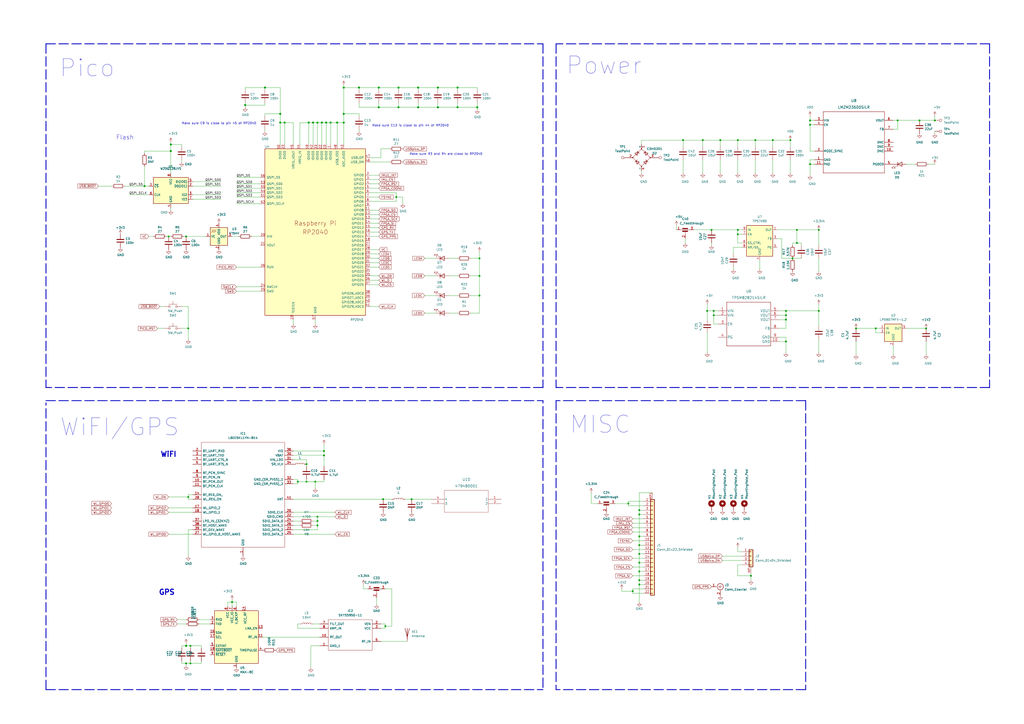
<source format=kicad_sch>
(kicad_sch (version 20231120) (generator "eeschema") (generator_version "8.0")
  (paper "A2")
  (title_block (title "IMU Array Data Processing board") (date "2024-10-19") (rev "V1.0") (comment 1 "Designed by Will Whang"))
  (lib_symbols
    (symbol "479480001:479480001" (pin_names (offset 0.254))
      (property "Reference" "U" (at 20.32 10.16 0))
      (property "Value" "479480001" (at 20.32 7.62 0))
      (symbol "479480001_0_1"
        (pin unspecified line (at 0 0 0) (length 7.62) (name "1") (number "1"))
        (pin unspecified line (at 0 -2.54 0) (length 7.62) (name "2") (number "2"))
        (pin unspecified line (at 40.64 -2.54 180) (length 7.62) (name "3") (number "3"))
        (pin unspecified line (at 40.64 0 180) (length 7.62) (name "4") (number "4"))
      )
    )
    (symbol "Connector:Conn_Coaxial" (pin_names (offset 1.016) hide)
      (property "Reference" "J" (at 0.254 3.048 0))
      (property "Value" "Conn_Coaxial" (at 2.921 0 90))
      (symbol "Conn_Coaxial_1_1"
        (pin passive line (at -5.08 0 0) (length 2.54) (name "In") (number "1"))
        (pin passive line (at 0 -5.08 90) (length 2.54) (name "Ext") (number "2"))
      )
    )
    (symbol "Connector:TestPoint" (pin_numbers hide) (pin_names (offset 0.762) hide)
      (property "Reference" "TP" (at 0 6.858 0))
      (property "Value" "TestPoint" (at 0 5.08 0))
      (symbol "TestPoint_1_1"
        (pin passive line (at 0 0 90) (length 2.54) (name "1") (number "1"))
      )
    )
    (symbol "Connector_Generic_Shielded:Conn_01x04_Shielded" (pin_names (offset 1.016) hide)
      (property "Reference" "J?" (at 2.54 0.0001 0))
      (property "Value" "Conn_01x04_Shielded" (at 2.54 -2.5399 0))
      (symbol "Conn_01x04_Shielded_1_1"
        (pin passive line (at -5.08 2.54 0) (length 4.064) (name "Pin_1") (number "1"))
        (pin passive line (at -5.08 0 0) (length 4.064) (name "Pin_2") (number "2"))
        (pin passive line (at -5.08 -2.54 0) (length 4.064) (name "Pin_3") (number "3"))
        (pin passive line (at -5.08 -5.08 0) (length 4.064) (name "Pin_4") (number "4"))
        (pin passive line (at 0 -10.16 90) (length 3.81) (name "Shield") (number "MP"))
      )
    )
    (symbol "Connector_Generic_Shielded:Conn_01x22_Shielded" (pin_names (offset 1.016) hide)
      (property "Reference" "J?" (at 2.54 2.5401 0))
      (property "Value" "Conn_01x22_Shielded" (at 2.54 0.0001 0))
      (symbol "Conn_01x22_Shielded_1_1"
        (pin passive line (at -5.08 25.4 0) (length 4.064) (name "Pin_1") (number "1"))
        (pin passive line (at -5.08 2.54 0) (length 4.064) (name "Pin_10") (number "10"))
        (pin passive line (at -5.08 0 0) (length 4.064) (name "Pin_11") (number "11"))
        (pin passive line (at -5.08 -2.54 0) (length 4.064) (name "Pin_12") (number "12"))
        (pin passive line (at -5.08 -5.08 0) (length 4.064) (name "Pin_13") (number "13"))
        (pin passive line (at -5.08 -7.62 0) (length 4.064) (name "Pin_14") (number "14"))
        (pin passive line (at -5.08 -10.16 0) (length 4.064) (name "Pin_15") (number "15"))
        (pin passive line (at -5.08 -12.7 0) (length 4.064) (name "Pin_16") (number "16"))
        (pin passive line (at -5.08 -15.24 0) (length 4.064) (name "Pin_17") (number "17"))
        (pin passive line (at -5.08 -17.78 0) (length 4.064) (name "Pin_18") (number "18"))
        (pin passive line (at -5.08 -20.32 0) (length 4.064) (name "Pin_19") (number "19"))
        (pin passive line (at -5.08 22.86 0) (length 4.064) (name "Pin_2") (number "2"))
        (pin passive line (at -5.08 -22.86 0) (length 4.064) (name "Pin_20") (number "20"))
        (pin passive line (at -5.08 -25.4 0) (length 4.064) (name "Pin_21") (number "21"))
        (pin passive line (at -5.08 -27.94 0) (length 4.064) (name "Pin_22") (number "22"))
        (pin passive line (at -5.08 20.32 0) (length 4.064) (name "Pin_3") (number "3"))
        (pin passive line (at -5.08 17.78 0) (length 4.064) (name "Pin_4") (number "4"))
        (pin passive line (at -5.08 15.24 0) (length 4.064) (name "Pin_5") (number "5"))
        (pin passive line (at -5.08 12.7 0) (length 4.064) (name "Pin_6") (number "6"))
        (pin passive line (at -5.08 10.16 0) (length 4.064) (name "Pin_7") (number "7"))
        (pin passive line (at -5.08 7.62 0) (length 4.064) (name "Pin_8") (number "8"))
        (pin passive line (at -5.08 5.08 0) (length 4.064) (name "Pin_9") (number "9"))
        (pin passive line (at 0 30.48 270) (length 3.81) (name "Shield") (number "MP1"))
        (pin passive line (at 0 30.48 270) (length 3.81) hide (name "Shield") (number "MP2"))
      )
    )
    (symbol "Device:Antenna" (pin_numbers hide) (pin_names (offset 1.016) hide)
      (property "Reference" "AE" (at -1.905 1.905 0))
      (property "Value" "Antenna" (at -1.905 0 0))
      (symbol "Antenna_1_1"
        (pin input line (at 0 -5.08 90) (length 2.54) (name "A") (number "1"))
      )
    )
    (symbol "Device:C" (pin_numbers hide) (pin_names (offset 0.254))
      (property "Reference" "C" (at 0.635 2.54 0))
      (property "Value" "C" (at 0.635 -2.54 0))
      (symbol "C_1_1"
        (pin passive line (at 0 3.81 270) (length 2.794) (name "~") (number "1"))
        (pin passive line (at 0 -3.81 90) (length 2.794) (name "~") (number "2"))
      )
    )
    (symbol "Device:C_Feedthrough" (pin_names (offset 0.254) hide)
      (property "Reference" "C" (at 0 7.62 0))
      (property "Value" "C_Feedthrough" (at 0 5.715 0))
      (symbol "C_Feedthrough_1_1"
        (pin passive line (at -5.08 2.54 0) (length 2.54) (name "1") (number "1"))
        (pin passive line (at 0 -2.54 90) (length 2.54) (name "2") (number "2"))
        (pin passive line (at 5.08 2.54 180) (length 2.54) (name "3") (number "3"))
      )
    )
    (symbol "Device:D_Bridge_+AA-" (pin_names (offset 0))
      (property "Reference" "D" (at 2.54 6.985 0))
      (property "Value" "D_Bridge_+AA-" (at 2.54 5.08 0))
      (symbol "D_Bridge_+AA-_1_1"
        (pin passive line (at 7.62 0 180) (length 2.54) (name "+") (number "1"))
        (pin passive line (at 0 7.62 270) (length 2.54) (name "~") (number "2"))
        (pin passive line (at 0 -7.62 90) (length 2.54) (name "~") (number "3"))
        (pin passive line (at -7.62 0 0) (length 2.54) (name "-") (number "4"))
      )
    )
    (symbol "Device:L" (pin_numbers hide) (pin_names (offset 1.016) hide)
      (property "Reference" "L" (at -1.27 0 90))
      (property "Value" "L" (at 1.905 0 90))
      (symbol "L_1_1"
        (pin passive line (at 0 3.81 270) (length 1.27) (name "1") (number "1"))
        (pin passive line (at 0 -3.81 90) (length 1.27) (name "2") (number "2"))
      )
    )
    (symbol "Device:LED" (pin_numbers hide) (pin_names (offset 1.016) hide)
      (property "Reference" "D" (at 0 2.54 0))
      (property "Value" "LED" (at 0 -2.54 0))
      (symbol "LED_1_1"
        (pin passive line (at -3.81 0 0) (length 2.54) (name "K") (number "1"))
        (pin passive line (at 3.81 0 180) (length 2.54) (name "A") (number "2"))
      )
    )
    (symbol "Device:R" (pin_numbers hide) (pin_names (offset 0))
      (property "Reference" "R" (at 2.032 0 90))
      (property "Value" "R" (at 0 0 90))
      (symbol "R_1_1"
        (pin passive line (at 0 3.81 270) (length 1.27) (name "~") (number "1"))
        (pin passive line (at 0 -3.81 90) (length 1.27) (name "~") (number "2"))
      )
    )
    (symbol "LBEE5KL1YN-814:LBEE5KL1YN-814" (pin_names (offset 0.762))
      (property "Reference" "IC1" (at 29.21 7.62 0))
      (property "Value" "LBEE5KL1YN-814" (at 29.21 5.08 0))
      (symbol "LBEE5KL1YN-814_0_0"
        (pin passive line (at 29.21 -63.5 90) (length 5.08) (name "GND") (number "1"))
        (pin passive line (at 0 -20.32 0) (length 5.08) (name "BT_PCM_OUT") (number "10"))
        (pin passive line (at 0 -22.86 0) (length 5.08) (name "BT_PCM_CLK") (number "11"))
        (pin passive line (at 29.21 -63.5 90) (length 5.08) hide (name "GND_2") (number "12"))
        (pin passive line (at 0 -27.94 0) (length 5.08) (name "BT_REG_ON_") (number "14"))
        (pin passive line (at 0 -35.56 0) (length 5.08) (name "WL_GPIO_2") (number "17"))
        (pin passive line (at 0 -38.1 0) (length 5.08) (name "WL_GPIO_1") (number "18"))
        (pin passive line (at 29.21 -63.5 90) (length 5.08) hide (name "GND_3") (number "19"))
        (pin passive line (at 0 -2.54 0) (length 5.08) (name "BT_UART_RXD") (number "2"))
        (pin passive line (at 58.42 -38.1 180) (length 5.08) (name "SDIO_CLK") (number "20"))
        (pin passive line (at 29.21 -63.5 90) (length 5.08) hide (name "GND_4") (number "21"))
        (pin passive line (at 58.42 -40.64 180) (length 5.08) (name "SDIO_CMD") (number "22"))
        (pin passive line (at 58.42 -48.26 180) (length 5.08) (name "SDIO_DATA_2") (number "23"))
        (pin passive line (at 58.42 -43.18 180) (length 5.08) (name "SDIO_DATA_0") (number "24"))
        (pin passive line (at 58.42 -50.8 180) (length 5.08) (name "SDIO_DATA_3") (number "25"))
        (pin passive line (at 58.42 -45.72 180) (length 5.08) (name "SDIO_DATA_1") (number "26"))
        (pin passive line (at 0 -50.8 0) (length 5.08) (name "WL_GPIO_0_HOST_WAKE") (number "27"))
        (pin passive line (at 0 -30.48 0) (length 5.08) (name "WL_REG_ON") (number "28"))
        (pin passive line (at 29.21 -63.5 90) (length 5.08) hide (name "GND_5") (number "29"))
        (pin passive line (at 0 -5.08 0) (length 5.08) (name "BT_UART_TXD") (number "3"))
        (pin passive line (at 58.42 -5.08 180) (length 5.08) (name "VBAT") (number "30"))
        (pin passive line (at 58.42 -7.62 180) (length 5.08) (name "VIN_LDO") (number "31"))
        (pin passive line (at 58.42 -19.05 180) (length 5.08) (name "GND_(SR_PVSS)_1") (number "32"))
        (pin passive line (at 58.42 -21.59 180) (length 5.08) (name "GND_(SR_PVSS)_2") (number "33"))
        (pin passive line (at 58.42 -10.16 180) (length 5.08) (name "SR_VLX") (number "34"))
        (pin passive line (at 29.21 -63.5 90) (length 5.08) hide (name "GND_6") (number "35"))
        (pin passive line (at 58.42 -2.54 180) (length 5.08) (name "VIO") (number "36"))
        (pin passive line (at 0 -43.18 0) (length 5.08) (name "LPO_IN_(32KHZ)") (number "37"))
        (pin passive line (at 0 -45.72 0) (length 5.08) (name "BT_HOST_WAKE") (number "38"))
        (pin passive line (at 0 -48.26 0) (length 5.08) (name "BT_DEV_WAKE") (number "39"))
        (pin passive line (at 0 -7.62 0) (length 5.08) (name "BT_UART_CTS_N") (number "4"))
        (pin passive line (at 29.21 -63.5 90) (length 5.08) hide (name "GND_7") (number "40"))
        (pin passive line (at 58.42 -30.48 180) (length 5.08) (name "ANT") (number "41"))
        (pin passive line (at 29.21 -63.5 90) (length 5.08) hide (name "GND_8") (number "42"))
        (pin passive line (at 29.21 -63.5 90) (length 5.08) hide (name "GND_9") (number "43"))
        (pin passive line (at 29.21 -63.5 90) (length 5.08) hide (name "GND_10") (number "44"))
        (pin passive line (at 29.21 -63.5 90) (length 5.08) hide (name "GND_11") (number "45"))
        (pin passive line (at 29.21 -63.5 90) (length 5.08) hide (name "GND_12") (number "46"))
        (pin passive line (at 0 -10.16 0) (length 5.08) (name "BT_UART_RTS_N") (number "5"))
        (pin passive line (at 0 -15.24 0) (length 5.08) (name "BT_PCM_SYNC") (number "8"))
        (pin passive line (at 0 -17.78 0) (length 5.08) (name "BT_PCM_IN") (number "9"))
      )
    )
    (symbol "LMZM23600SILR:LMZM23600SILR" (pin_names (offset 0.254))
      (property "Reference" "U?" (at 0 24.13 0))
      (property "Value" "LMZM23600SILR" (at 0 20.32 0))
      (symbol "LMZM23600SILR_0_1"
        (pin power_in line (at -22.86 -10.16 0) (length 5.08) (name "GND") (number "1"))
        (pin unspecified line (at 22.86 -5.08 180) (length 5.08) (name "DNC") (number "10"))
        (pin power_in line (at -22.86 -12.7 0) (length 5.08) (name "PAD") (number "11"))
        (pin input line (at -22.86 -5.08 0) (length 5.08) (name "MODE_SYNC") (number "2"))
        (pin power_in line (at -22.86 12.7 0) (length 5.08) (name "VIN") (number "3"))
        (pin input line (at -22.86 10.16 0) (length 5.08) (name "EN") (number "4"))
        (pin open_collector line (at 22.86 -12.7 180) (length 5.08) (name "PGOOD") (number "5"))
        (pin power_in line (at 22.86 12.7 180) (length 5.08) (name "VOUT") (number "6"))
        (pin input line (at 22.86 7.62 180) (length 5.08) (name "FB") (number "7"))
        (pin unspecified line (at 22.86 0 180) (length 5.08) (name "DNC") (number "8"))
        (pin unspecified line (at 22.86 -2.54 180) (length 5.08) (name "DNC") (number "9"))
      )
    )
    (symbol "MCU_RaspberryPi_RP2040:RP2040" (pin_names (offset 1.016))
      (property "Reference" "U" (at -29.21 49.53 0))
      (property "Value" "RP2040" (at 24.13 -49.53 0))
      (symbol "RP2040_0_0"
        (text "Raspberry Pi" (at 0 5.08 0) (effects (font (size 2.54 2.54))))
        (text "RP2040" (at 0 0 0) (effects (font (size 2.54 2.54))))
      )
      (symbol "RP2040_1_1"
        (pin power_in line (at 8.89 50.8 270) (length 2.54) (name "IOVDD") (number "1"))
        (pin power_in line (at 6.35 50.8 270) (length 2.54) (name "IOVDD") (number "10"))
        (pin bidirectional line (at 31.75 12.7 180) (length 2.54) (name "GPIO8") (number "11"))
        (pin bidirectional line (at 31.75 10.16 180) (length 2.54) (name "GPIO9") (number "12"))
        (pin bidirectional line (at 31.75 7.62 180) (length 2.54) (name "GPIO10") (number "13"))
        (pin bidirectional line (at 31.75 5.08 180) (length 2.54) (name "GPIO11") (number "14"))
        (pin bidirectional line (at 31.75 2.54 180) (length 2.54) (name "GPIO12") (number "15"))
        (pin bidirectional line (at 31.75 0 180) (length 2.54) (name "GPIO13") (number "16"))
        (pin bidirectional line (at 31.75 -2.54 180) (length 2.54) (name "GPIO14") (number "17"))
        (pin bidirectional line (at 31.75 -5.08 180) (length 2.54) (name "GPIO15") (number "18"))
        (pin passive line (at -12.7 -50.8 90) (length 2.54) (name "TESTEN") (number "19"))
        (pin bidirectional line (at 31.75 33.02 180) (length 2.54) (name "GPIO0") (number "2"))
        (pin input line (at -31.75 -2.54 0) (length 2.54) (name "XIN") (number "20"))
        (pin passive line (at -31.75 -7.62 0) (length 2.54) (name "XOUT") (number "21"))
        (pin power_in line (at 3.81 50.8 270) (length 2.54) (name "IOVDD") (number "22"))
        (pin power_in line (at -17.78 50.8 270) (length 2.54) (name "DVDD") (number "23"))
        (pin output line (at -31.75 -31.75 0) (length 2.54) (name "SWCLK") (number "24"))
        (pin bidirectional line (at -31.75 -34.29 0) (length 2.54) (name "SWD") (number "25"))
        (pin input line (at -31.75 -20.32 0) (length 2.54) (name "RUN") (number "26"))
        (pin bidirectional line (at 31.75 -7.62 180) (length 2.54) (name "GPIO16") (number "27"))
        (pin bidirectional line (at 31.75 -10.16 180) (length 2.54) (name "GPIO17") (number "28"))
        (pin bidirectional line (at 31.75 -12.7 180) (length 2.54) (name "GPIO18") (number "29"))
        (pin bidirectional line (at 31.75 30.48 180) (length 2.54) (name "GPIO1") (number "3"))
        (pin bidirectional line (at 31.75 -15.24 180) (length 2.54) (name "GPIO19") (number "30"))
        (pin bidirectional line (at 31.75 -17.78 180) (length 2.54) (name "GPIO20") (number "31"))
        (pin bidirectional line (at 31.75 -20.32 180) (length 2.54) (name "GPIO21") (number "32"))
        (pin power_in line (at 1.27 50.8 270) (length 2.54) (name "IOVDD") (number "33"))
        (pin bidirectional line (at 31.75 -22.86 180) (length 2.54) (name "GPIO22") (number "34"))
        (pin bidirectional line (at 31.75 -25.4 180) (length 2.54) (name "GPIO23") (number "35"))
        (pin bidirectional line (at 31.75 -27.94 180) (length 2.54) (name "GPIO24") (number "36"))
        (pin bidirectional line (at 31.75 -30.48 180) (length 2.54) (name "GPIO25") (number "37"))
        (pin bidirectional line (at 31.75 -35.56 180) (length 2.54) (name "GPIO26_ADC0") (number "38"))
        (pin bidirectional line (at 31.75 -38.1 180) (length 2.54) (name "GPIO27_ADC1") (number "39"))
        (pin bidirectional line (at 31.75 27.94 180) (length 2.54) (name "GPIO2") (number "4"))
        (pin bidirectional line (at 31.75 -40.64 180) (length 2.54) (name "GPIO28_ADC2") (number "40"))
        (pin bidirectional line (at 31.75 -43.18 180) (length 2.54) (name "GPIO29_ADC3") (number "41"))
        (pin power_in line (at -1.27 50.8 270) (length 2.54) (name "IOVDD") (number "42"))
        (pin power_in line (at 16.51 50.8 270) (length 2.54) (name "ADC_AVDD") (number "43"))
        (pin power_in line (at -8.89 50.8 270) (length 2.54) (name "VREG_IN") (number "44"))
        (pin power_out line (at -12.7 50.8 270) (length 2.54) (name "VREG_VOUT") (number "45"))
        (pin bidirectional line (at 31.75 40.64 180) (length 2.54) (name "USB_DM") (number "46"))
        (pin bidirectional line (at 31.75 43.18 180) (length 2.54) (name "USB_DP") (number "47"))
        (pin power_in line (at 12.7 50.8 270) (length 2.54) (name "USB_VDD") (number "48"))
        (pin power_in line (at -3.81 50.8 270) (length 2.54) (name "IOVDD") (number "49"))
        (pin bidirectional line (at 31.75 25.4 180) (length 2.54) (name "GPIO3") (number "5"))
        (pin power_in line (at -20.32 50.8 270) (length 2.54) (name "DVDD") (number "50"))
        (pin bidirectional line (at -31.75 20.32 0) (length 2.54) (name "QSPI_SD3") (number "51"))
        (pin output line (at -31.75 16.51 0) (length 2.54) (name "QSPI_SCLK") (number "52"))
        (pin bidirectional line (at -31.75 27.94 0) (length 2.54) (name "QSPI_SD0") (number "53"))
        (pin bidirectional line (at -31.75 22.86 0) (length 2.54) (name "QSPI_SD2") (number "54"))
        (pin bidirectional line (at -31.75 25.4 0) (length 2.54) (name "QSPI_SD1") (number "55"))
        (pin bidirectional line (at -31.75 31.75 0) (length 2.54) (name "QSPI_SS") (number "56"))
        (pin power_in line (at 0 -50.8 90) (length 2.54) (name "GND") (number "57"))
        (pin bidirectional line (at 31.75 22.86 180) (length 2.54) (name "GPIO4") (number "6"))
        (pin bidirectional line (at 31.75 20.32 180) (length 2.54) (name "GPIO5") (number "7"))
        (pin bidirectional line (at 31.75 17.78 180) (length 2.54) (name "GPIO6") (number "8"))
        (pin bidirectional line (at 31.75 15.24 180) (length 2.54) (name "GPIO7") (number "9"))
      )
    )
    (symbol "Mechanical:MountingHole_Pad" (pin_numbers hide) (pin_names (offset 1.016) hide)
      (property "Reference" "H" (at 0 6.35 0))
      (property "Value" "MountingHole_Pad" (at 0 4.445 0))
      (symbol "MountingHole_Pad_1_1"
        (pin input line (at 0 -2.54 90) (length 2.54) (name "1") (number "1"))
      )
    )
    (symbol "Memory_Flash:W25Q128JVS"
      (property "Reference" "U" (at -8.89 8.89 0))
      (property "Value" "W25Q128JVS" (at 7.62 8.89 0))
      (symbol "W25Q128JVS_1_1"
        (pin input line (at -12.7 2.54 0) (length 2.54) (name "~{CS}") (number "1"))
        (pin bidirectional line (at 12.7 2.54 180) (length 2.54) (name "DO(IO1)") (number "2"))
        (pin bidirectional line (at 12.7 -2.54 180) (length 2.54) (name "IO2") (number "3"))
        (pin power_in line (at 0 -10.16 90) (length 2.54) (name "GND") (number "4"))
        (pin bidirectional line (at 12.7 5.08 180) (length 2.54) (name "DI(IO0)") (number "5"))
        (pin input line (at -12.7 -2.54 0) (length 2.54) (name "CLK") (number "6"))
        (pin bidirectional line (at 12.7 -5.08 180) (length 2.54) (name "IO3") (number "7"))
        (pin power_in line (at 0 10.16 270) (length 2.54) (name "VCC") (number "8"))
      )
    )
    (symbol "Oscillator:FT5HV"
      (property "Reference" "U" (at 5.08 11.43 0))
      (property "Value" "FT5HV" (at 6.35 8.89 0))
      (symbol "FT5HV_1_1"
        (pin input line (at -7.62 0 0) (length 2.54) (name "VC") (number "1"))
        (pin power_in line (at 0 -7.62 90) (length 2.54) (name "GND") (number "2"))
        (pin output line (at 7.62 0 180) (length 2.54) (name "OUT") (number "3"))
        (pin power_in line (at 0 7.62 270) (length 2.54) (name "VDD") (number "4"))
      )
    )
    (symbol "RF_GPS:MAX-8C"
      (property "Reference" "U" (at -10.16 16.51 0))
      (property "Value" "MAX-8C" (at 11.43 16.51 0))
      (symbol "MAX-8C_1_1"
        (pin power_in line (at 0 -17.78 90) (length 2.54) (name "GND") (number "1"))
        (pin passive line (at 0 -17.78 90) (length 2.54) hide (name "GND") (number "10"))
        (pin input line (at 15.24 0 180) (length 2.54) (name "RF_IN") (number "11"))
        (pin passive line (at 0 -17.78 90) (length 2.54) hide (name "GND") (number "12"))
        (pin output line (at 15.24 5.08 180) (length 2.54) (name "LNA_EN") (number "13"))
        (pin power_out line (at 5.08 17.78 270) (length 2.54) (name "VCC_RF") (number "14"))
        (pin no_connect line (at 12.7 -5.08 180) (length 2.54) hide (name "Reserved") (number "15"))
        (pin bidirectional line (at -15.24 2.54 0) (length 2.54) (name "SDA") (number "16"))
        (pin input line (at -15.24 0 0) (length 2.54) (name "SCL") (number "17"))
        (pin input line (at -15.24 -7.62 0) (length 2.54) (name "~{SAFEBOOT}") (number "18"))
        (pin output line (at -15.24 7.62 0) (length 2.54) (name "TXD") (number "2"))
        (pin input line (at -15.24 10.16 0) (length 2.54) (name "RXD") (number "3"))
        (pin output line (at 15.24 -7.62 180) (length 2.54) (name "TIMEPULSE") (number "4"))
        (pin input line (at -15.24 -5.08 0) (length 2.54) (name "EXTINT") (number "5"))
        (pin power_in line (at 0 17.78 270) (length 2.54) (name "V_BCKP") (number "6"))
        (pin power_in line (at -2.54 17.78 270) (length 2.54) (name "VCC_IO") (number "7"))
        (pin power_in line (at -5.08 17.78 270) (length 2.54) (name "VCC") (number "8"))
        (pin input line (at -15.24 -10.16 0) (length 2.54) (name "~{RESET}") (number "9"))
      )
    )
    (symbol "Regulator_Linear:LP5907MFX-1.8"
      (property "Reference" "U" (at -3.81 6.35 0))
      (property "Value" "LP5907MFX-1.8" (at 6.35 6.35 0))
      (symbol "LP5907MFX-1.8_0_1"
        (pin power_in line (at -7.62 2.54 0) (length 2.54) (name "IN") (number "1"))
        (pin power_in line (at 0 -7.62 90) (length 2.54) (name "GND") (number "2"))
        (pin input line (at -7.62 0 0) (length 2.54) (name "EN") (number "3"))
        (pin no_connect line (at 5.08 0 180) (length 2.54) hide (name "NC") (number "4"))
        (pin power_out line (at 7.62 2.54 180) (length 2.54) (name "OUT") (number "5"))
      )
    )
    (symbol "Regulator_Linear:TPS7A90"
      (property "Reference" "U" (at -6.35 11.43 0))
      (property "Value" "TPS7A90" (at 3.81 11.43 0))
      (symbol "TPS7A90_1_1"
        (pin power_out line (at 10.16 7.62 180) (length 2.54) (name "OUT") (number "1"))
        (pin passive line (at -10.16 7.62 0) (length 2.54) hide (name "IN") (number "10"))
        (pin passive line (at 0 -10.16 90) (length 2.54) hide (name "GND") (number "11"))
        (pin passive line (at 10.16 7.62 180) (length 2.54) hide (name "OUT") (number "2"))
        (pin input line (at 10.16 2.54 180) (length 2.54) (name "FB") (number "3"))
        (pin power_in line (at 0 -10.16 90) (length 2.54) (name "GND") (number "4"))
        (pin open_collector line (at 10.16 -2.54 180) (length 2.54) (name "PG") (number "5"))
        (pin input line (at -10.16 0 0) (length 2.54) (name "SS_CTRL") (number "6"))
        (pin input line (at -10.16 5.08 0) (length 2.54) (name "EN") (number "7"))
        (pin passive line (at -10.16 -2.54 0) (length 2.54) (name "NR/SS") (number "8"))
        (pin power_in line (at -10.16 7.62 0) (length 2.54) (name "IN") (number "9"))
      )
    )
    (symbol "SKY55950-11:SKY55950-11" (pin_names (offset 0.762))
      (property "Reference" "IC?" (at 17.78 7.62 0))
      (property "Value" "SKY55950-11" (at 17.78 5.08 0))
      (symbol "SKY55950-11_0_0"
        (pin passive line (at 35.56 -12.7 180) (length 5.08) (name "GND_1") (number "1"))
        (pin passive line (at 35.56 -7.62 180) (length 5.08) (name "RF_OUT") (number "10"))
        (pin passive line (at 35.56 -12.7 180) (length 5.08) hide (name "GND_5") (number "11"))
        (pin passive line (at 0 0 0) (length 5.08) (name "VEN") (number "2"))
        (pin passive line (at 0 -2.54 0) (length 5.08) (name "VCC") (number "3"))
        (pin passive line (at 35.56 -12.7 180) (length 5.08) hide (name "GND_2") (number "4"))
        (pin passive line (at 0 -10.16 0) (length 5.08) (name "RF_IN") (number "5"))
        (pin passive line (at 35.56 -12.7 180) (length 5.08) hide (name "GND_3") (number "6"))
        (pin passive line (at 35.56 0 180) (length 5.08) (name "FILT_OUT") (number "7"))
        (pin passive line (at 35.56 -2.54 180) (length 5.08) (name "AMP_IN") (number "8"))
        (pin passive line (at 35.56 -12.7 180) (length 5.08) hide (name "GND_4") (number "9"))
      )
    )
    (symbol "Switch:SW_Push" (pin_numbers hide) (pin_names (offset 1.016) hide)
      (property "Reference" "SW" (at 1.27 2.54 0))
      (property "Value" "SW_Push" (at 0 -1.524 0))
      (symbol "SW_Push_0_1"
        (pin passive line (at -5.08 0 0) (length 2.54) (name "1") (number "1"))
        (pin passive line (at 5.08 0 180) (length 2.54) (name "2") (number "2"))
      )
    )
    (symbol "TPSM82821SILR:TPSM82821SILR" (pin_names (offset 0.254))
      (property "Reference" "U" (at 0 2.54 0))
      (property "Value" "TPSM82821SILR" (at 0 0 0))
      (symbol "TPSM82821SILR_1_1"
        (pin power_in line (at -17.78 7.62 0) (length 5.08) (name "VIN") (number "1"))
        (pin power_in line (at 17.78 -10.16 180) (length 5.08) (name "GND") (number "10"))
        (pin power_in line (at -17.78 5.08 0) (length 5.08) (name "VIN") (number "2"))
        (pin input line (at -17.78 0 0) (length 5.08) (name "EN") (number "3"))
        (pin open_collector line (at -17.78 -7.62 0) (length 5.08) (name "PG") (number "4"))
        (pin power_in line (at 17.78 7.62 180) (length 5.08) (name "VOUT") (number "5"))
        (pin power_in line (at 17.78 5.08 180) (length 5.08) (name "VOUT") (number "6"))
        (pin power_in line (at 17.78 2.54 180) (length 5.08) (name "VOUT") (number "7"))
        (pin input line (at 17.78 -2.54 180) (length 5.08) (name "FB") (number "8"))
        (pin power_in line (at 17.78 -7.62 180) (length 5.08) (name "GND") (number "9"))
      )
    )
    (symbol "power:+1V2" (power) (pin_names (offset 0))
      (property "Value" "+1V2" (at 0 3.556 0))
      (symbol "+1V2_1_1"
        (pin power_in line (at 0 0 90) (length 0) hide (name "+1V2") (number "1"))
      )
    )
    (symbol "power:+3.3VA" (power) (pin_names (offset 0))
      (property "Value" "+3.3VA" (at 0 3.556 0))
      (symbol "+3.3VA_1_1"
        (pin power_in line (at 0 0 90) (length 0) hide (name "+3.3VA") (number "1"))
      )
    )
    (symbol "power:+3V3" (power) (pin_names (offset 0))
      (property "Value" "+3V3" (at 0 3.556 0))
      (symbol "+3V3_1_1"
        (pin power_in line (at 0 0 90) (length 0) hide (name "+3V3") (number "1"))
      )
    )
    (symbol "power:+5V" (power) (pin_names (offset 0))
      (property "Value" "+5V" (at 0 3.556 0))
      (symbol "+5V_1_1"
        (pin power_in line (at 0 0 90) (length 0) hide (name "+5V") (number "1"))
      )
    )
    (symbol "power:GND" (power) (pin_names (offset 0))
      (property "Value" "GND" (at 0 -3.81 0))
      (symbol "GND_1_1"
        (pin power_in line (at 0 0 270) (length 0) hide (name "GND") (number "1"))
      )
    )
    (symbol "power:VDD" (power) (pin_names (offset 0))
      (property "Value" "VDD" (at 0 3.81 0))
      (symbol "VDD_1_1"
        (pin power_in line (at 0 0 90) (length 0) hide (name "VDD") (number "1"))
      )
    )
  )
  (junction (at 458.47 81.28))
  (junction (at 364.49 292.1))
  (junction (at 162.56 66.04) (diameter 1.016))
  (junction (at 427.99 135.89))
  (junction (at 496.57 190.5))
  (junction (at 219.71 50.8) (diameter 1.016))
  (junction (at 99.06 83.82) (diameter 1.016))
  (junction (at 438.15 81.28))
  (junction (at 412.75 133.35))
  (junction (at 455.93 198.12))
  (junction (at 508 190.5))
  (junction (at 184.15 71.12) (diameter 1.016))
  (junction (at 417.83 81.28))
  (junction (at 189.23 71.12) (diameter 1.016))
  (junction (at 195.58 71.12) (diameter 1.016))
  (junction (at 187.96 264.16))
  (junction (at 427.99 133.35))
  (junction (at 410.21 180.34))
  (junction (at 407.67 81.28))
  (junction (at 370.84 336.55))
  (junction (at 229.87 114.3))
  (junction (at 542.29 69.85))
  (junction (at 370.84 339.09))
  (junction (at 222.25 289.56))
  (junction (at 238.76 289.56))
  (junction (at 177.8 279.4))
  (junction (at 370.84 321.31))
  (junction (at 109.22 288.29))
  (junction (at 370.84 331.47))
  (junction (at 459.74 149.86))
  (junction (at 414.02 180.34))
  (junction (at 469.9 95.25))
  (junction (at 134.62 349.25))
  (junction (at 455.93 185.42))
  (junction (at 177.8 269.24))
  (junction (at 455.93 182.88))
  (junction (at 414.02 182.88))
  (junction (at 254 50.8) (diameter 1.016))
  (junction (at 83.82 107.95) (diameter 1.016))
  (junction (at 278.13 160.02))
  (junction (at 469.9 72.39))
  (junction (at 184.15 299.72))
  (junction (at 186.69 71.12) (diameter 1.016))
  (junction (at 396.24 81.28))
  (junction (at 231.14 50.8) (diameter 1.016))
  (junction (at 448.31 81.28))
  (junction (at 435.61 334.01))
  (junction (at 107.95 384.81))
  (junction (at 533.4 69.85))
  (junction (at 370.84 298.45))
  (junction (at 370.84 295.91))
  (junction (at 208.28 50.8) (diameter 1.016))
  (junction (at 520.7 69.85))
  (junction (at 242.57 50.8) (diameter 1.016))
  (junction (at 142.24 60.96) (diameter 1.016))
  (junction (at 199.39 71.12) (diameter 1.016))
  (junction (at 537.21 190.5))
  (junction (at 110.49 384.81))
  (junction (at 474.98 133.35))
  (junction (at 182.88 279.4))
  (junction (at 462.28 140.97))
  (junction (at 187.96 261.62))
  (junction (at 278.13 171.45))
  (junction (at 278.13 149.86))
  (junction (at 97.79 137.16))
  (junction (at 223.52 363.22))
  (junction (at 254 62.23) (diameter 1.016))
  (junction (at 153.67 50.8) (diameter 1.016))
  (junction (at 265.43 62.23) (diameter 1.016))
  (junction (at 370.84 326.39))
  (junction (at 179.07 71.12) (diameter 1.016))
  (junction (at 199.39 66.04) (diameter 1.016))
  (junction (at 276.86 62.23) (diameter 1.016))
  (junction (at 191.77 71.12) (diameter 1.016))
  (junction (at 462.28 133.35))
  (junction (at 474.98 180.34))
  (junction (at 162.56 71.12) (diameter 1.016))
  (junction (at 181.61 71.12) (diameter 1.016))
  (junction (at 184.15 302.26))
  (junction (at 455.93 180.34))
  (junction (at 99.06 87.63) (diameter 1.016))
  (junction (at 172.72 279.4))
  (junction (at 265.43 50.8) (diameter 1.016))
  (junction (at 370.84 316.23))
  (junction (at 367.03 342.9))
  (junction (at 242.57 62.23) (diameter 1.016))
  (junction (at 199.39 50.8) (diameter 1.016))
  (junction (at 165.1 71.12) (diameter 1.016))
  (junction (at 184.15 304.8))
  (junction (at 370.84 311.15))
  (junction (at 110.49 374.65))
  (junction (at 427.99 81.28))
  (junction (at 107.95 137.16))
  (junction (at 219.71 62.23) (diameter 1.016))
  (junction (at 109.22 190.5))
  (junction (at 469.9 69.85))
  (junction (at 231.14 62.23) (diameter 1.016))
  (junction (at 107.95 374.65) (diameter 1.016))
  (wire (pts (xy 97.79 309.88) (xy 111.76 309.88)))
  (wire (pts (xy 214.63 109.22) (xy 219.71 109.22)))
  (wire (pts (xy 153.67 67.31) (xy 153.67 66.04)))
  (wire (pts (xy 410.21 180.34) (xy 414.02 180.34)))
  (wire (pts (xy 173.99 71.12) (xy 179.07 71.12)))
  (wire (pts (xy 474.98 149.86) (xy 474.98 157.48)))
  (wire (pts (xy 165.1 71.12) (xy 162.56 71.12)))
  (wire (pts (xy 172.72 364.49) (xy 185.42 364.49)))
  (wire (pts (xy 458.47 85.09) (xy 458.47 81.28)))
  (wire (pts (xy 425.45 143.51) (xy 430.53 143.51)))
  (wire (pts (xy 427.99 92.71) (xy 427.99 100.33)))
  (wire (pts (xy 222.25 289.56) (xy 227.33 289.56)))
  (wire (pts (xy 151.13 102.87) (xy 137.16 102.87)))
  (wire (pts (xy 181.61 302.26) (xy 184.15 302.26)))
  (wire (pts (xy 452.12 180.34) (xy 455.93 180.34)))
  (wire (pts (xy 142.24 59.69) (xy 142.24 60.96)))
  (wire (pts (xy 392.43 130.81) (xy 392.43 133.35)))
  (wire (pts (xy 410.21 180.34) (xy 410.21 185.42)))
  (wire (pts (xy 370.84 298.45) (xy 373.38 298.45)))
  (wire (pts (xy 518.16 69.85) (xy 520.7 69.85)))
  (wire (pts (xy 153.67 60.96) (xy 153.67 59.69)))
  (wire (pts (xy 187.96 264.16) (xy 187.96 270.51)))
  (wire (pts (xy 370.84 295.91) (xy 370.84 298.45)))
  (wire (pts (xy 179.07 83.82) (xy 179.07 71.12)))
  (wire (pts (xy 414.02 187.96) (xy 414.02 182.88)))
  (wire (pts (xy 265.43 171.45) (xy 260.35 171.45)))
  (wire (pts (xy 254 50.8) (xy 265.43 50.8)))
  (wire (pts (xy 116.84 374.65) (xy 110.49 374.65)))
  (wire (pts (xy 455.93 182.88) (xy 455.93 180.34)))
  (wire (pts (xy 265.43 52.07) (xy 265.43 50.8)))
  (wire (pts (xy 83.82 107.95) (xy 86.36 107.95)))
  (wire (pts (xy 452.12 185.42) (xy 455.93 185.42)))
  (wire (pts (xy 83.82 87.63) (xy 99.06 87.63)))
  (wire (pts (xy 373.38 336.55) (xy 370.84 336.55)))
  (wire (pts (xy 115.57 359.41) (xy 121.92 359.41)))
  (wire (pts (xy 229.87 116.84) (xy 229.87 114.3)))
  (wire (pts (xy 455.93 195.58) (xy 455.93 198.12)))
  (wire (pts (xy 537.21 198.12) (xy 537.21 205.74)))
  (wire (pts (xy 214.63 101.6) (xy 219.71 101.6)))
  (wire (pts (xy 220.98 86.36) (xy 226.06 86.36)))
  (wire (pts (xy 459.74 149.86) (xy 464.82 149.86)))
  (wire (pts (xy 105.41 85.09) (xy 105.41 83.82)))
  (wire (pts (xy 419.1 325.12) (xy 430.53 325.12)))
  (wire (pts (xy 146.05 137.16) (xy 151.13 137.16)))
  (wire (pts (xy 227.33 363.22) (xy 227.33 341.63)))
  (wire (pts (xy 86.36 137.16) (xy 88.9 137.16)))
  (wire (pts (xy 469.9 92.71) (xy 469.9 95.25)))
  (wire (pts (xy 360.68 342.9) (xy 367.03 342.9)))
  (wire (pts (xy 220.98 364.49) (xy 223.52 364.49)))
  (wire (pts (xy 455.93 185.42) (xy 455.93 182.88)))
  (wire (pts (xy 452.12 182.88) (xy 455.93 182.88)))
  (polyline (pts (xy 574.04 25.4) (xy 574.04 224.79)) (stroke (width 0.5) (type dash)))
  (wire (pts (xy 219.71 59.69) (xy 219.71 62.23)))
  (wire (pts (xy 180.34 374.65) (xy 180.34 387.35)))
  (wire (pts (xy 137.16 351.79) (xy 137.16 349.25)))
  (wire (pts (xy 214.63 106.68) (xy 219.71 106.68)))
  (wire (pts (xy 518.16 200.66) (xy 518.16 205.74)))
  (wire (pts (xy 427.99 320.04) (xy 427.99 317.5)))
  (polyline (pts (xy 467.36 232.41) (xy 467.36 400.05)) (stroke (width 0.5) (type dash)))
  (wire (pts (xy 137.16 109.22) (xy 151.13 109.22)))
  (wire (pts (xy 342.9 292.1) (xy 346.71 292.1)))
  (wire (pts (xy 452.12 198.12) (xy 455.93 198.12)))
  (wire (pts (xy 238.76 289.56) (xy 250.19 289.56)))
  (wire (pts (xy 210.82 339.09) (xy 210.82 341.63)))
  (wire (pts (xy 417.83 81.28) (xy 427.99 81.28)))
  (wire (pts (xy 106.68 137.16) (xy 107.95 137.16)))
  (wire (pts (xy 214.63 177.8) (xy 219.71 177.8)))
  (wire (pts (xy 372.11 99.06) (xy 372.11 100.33)))
  (wire (pts (xy 111.76 307.34) (xy 109.22 307.34)))
  (wire (pts (xy 109.22 288.29) (xy 109.22 287.02)))
  (wire (pts (xy 265.43 160.02) (xy 260.35 160.02)))
  (wire (pts (xy 184.15 302.26) (xy 184.15 299.72)))
  (wire (pts (xy 102.87 361.95) (xy 107.95 361.95)))
  (wire (pts (xy 191.77 71.12) (xy 191.77 83.82)))
  (wire (pts (xy 407.67 92.71) (xy 407.67 100.33)))
  (wire (pts (xy 414.02 182.88) (xy 414.02 180.34)))
  (wire (pts (xy 110.49 383.54) (xy 110.49 384.81)))
  (wire (pts (xy 107.95 374.65) (xy 110.49 374.65)))
  (wire (pts (xy 278.13 146.05) (xy 278.13 149.86)))
  (wire (pts (xy 173.99 83.82) (xy 173.99 71.12)))
  (wire (pts (xy 208.28 67.31) (xy 208.28 66.04)))
  (wire (pts (xy 438.15 81.28) (xy 448.31 81.28)))
  (wire (pts (xy 172.72 361.95) (xy 172.72 364.49)))
  (wire (pts (xy 455.93 198.12) (xy 455.93 204.47)))
  (wire (pts (xy 214.63 134.62) (xy 219.71 134.62)))
  (wire (pts (xy 469.9 69.85) (xy 469.9 67.31)))
  (wire (pts (xy 162.56 50.8) (xy 162.56 66.04)))
  (wire (pts (xy 448.31 85.09) (xy 448.31 81.28)))
  (wire (pts (xy 416.56 187.96) (xy 414.02 187.96)))
  (wire (pts (xy 116.84 375.92) (xy 116.84 374.65)))
  (wire (pts (xy 153.67 74.93) (xy 153.67 76.2)))
  (wire (pts (xy 469.9 95.25) (xy 472.44 95.25)))
  (wire (pts (xy 410.21 193.04) (xy 410.21 204.47)))
  (wire (pts (xy 462.28 133.35) (xy 462.28 140.97)))
  (wire (pts (xy 367.03 308.61) (xy 373.38 308.61)))
  (wire (pts (xy 427.99 133.35) (xy 430.53 133.35)))
  (wire (pts (xy 227.33 341.63) (xy 223.52 341.63)))
  (wire (pts (xy 372.11 81.28) (xy 396.24 81.28)))
  (wire (pts (xy 219.71 62.23) (xy 208.28 62.23)))
  (wire (pts (xy 184.15 304.8) (xy 184.15 302.26)))
  (wire (pts (xy 234.95 289.56) (xy 238.76 289.56)))
  (wire (pts (xy 370.84 285.75) (xy 370.84 295.91)))
  (wire (pts (xy 116.84 383.54) (xy 116.84 384.81)))
  (wire (pts (xy 419.1 322.58) (xy 430.53 322.58)))
  (wire (pts (xy 276.86 59.69) (xy 276.86 62.23)))
  (wire (pts (xy 105.41 374.65) (xy 107.95 374.65)))
  (wire (pts (xy 233.68 114.3) (xy 233.68 118.11)))
  (wire (pts (xy 474.98 176.53) (xy 474.98 180.34)))
  (wire (pts (xy 99.06 82.55) (xy 99.06 83.82)))
  (wire (pts (xy 265.43 181.61) (xy 260.35 181.61)))
  (polyline (pts (xy 314.96 224.79) (xy 26.67 224.79)) (stroke (width 0.5) (type dash)))
  (wire (pts (xy 242.57 50.8) (xy 254 50.8)))
  (wire (pts (xy 151.13 168.91) (xy 137.16 168.91)))
  (wire (pts (xy 430.53 327.66) (xy 427.99 327.66)))
  (wire (pts (xy 530.86 95.25) (xy 525.78 95.25)))
  (wire (pts (xy 170.18 261.62) (xy 187.96 261.62)))
  (wire (pts (xy 458.47 92.71) (xy 458.47 100.33)))
  (wire (pts (xy 177.8 269.24) (xy 177.8 270.51)))
  (wire (pts (xy 364.49 290.83) (xy 373.38 290.83)))
  (wire (pts (xy 472.44 92.71) (xy 469.9 92.71)))
  (wire (pts (xy 214.63 160.02) (xy 219.71 160.02)))
  (wire (pts (xy 214.63 154.94) (xy 219.71 154.94)))
  (wire (pts (xy 111.76 115.57) (xy 128.27 115.57)))
  (wire (pts (xy 214.63 114.3) (xy 219.71 114.3)))
  (wire (pts (xy 252.73 171.45) (xy 246.38 171.45)))
  (wire (pts (xy 367.03 313.69) (xy 373.38 313.69)))
  (wire (pts (xy 107.95 137.16) (xy 119.38 137.16)))
  (wire (pts (xy 107.95 373.38) (xy 107.95 374.65)))
  (wire (pts (xy 450.85 138.43) (xy 453.39 138.43)))
  (wire (pts (xy 177.8 279.4) (xy 182.88 279.4)))
  (wire (pts (xy 111.76 289.56) (xy 109.22 289.56)))
  (wire (pts (xy 459.74 140.97) (xy 462.28 140.97)))
  (wire (pts (xy 370.84 316.23) (xy 373.38 316.23)))
  (wire (pts (xy 162.56 66.04) (xy 162.56 71.12)))
  (wire (pts (xy 276.86 62.23) (xy 276.86 63.5)))
  (wire (pts (xy 162.56 71.12) (xy 162.56 83.82)))
  (wire (pts (xy 242.57 59.69) (xy 242.57 62.23)))
  (wire (pts (xy 109.22 177.8) (xy 109.22 190.5)))
  (polyline (pts (xy 467.36 400.05) (xy 322.58 400.05)) (stroke (width 0.5) (type dash)))
  (wire (pts (xy 208.28 59.69) (xy 208.28 62.23)))
  (wire (pts (xy 427.99 133.35) (xy 427.99 135.89)))
  (polyline (pts (xy 574.04 25.4) (xy 322.58 25.4)) (stroke (width 0.5) (type dash)))
  (wire (pts (xy 214.63 165.1) (xy 219.71 165.1)))
  (wire (pts (xy 462.28 140.97) (xy 464.82 140.97)))
  (wire (pts (xy 170.18 307.34) (xy 184.15 307.34)))
  (wire (pts (xy 448.31 81.28) (xy 458.47 81.28)))
  (wire (pts (xy 455.93 190.5) (xy 455.93 185.42)))
  (wire (pts (xy 378.46 285.75) (xy 370.84 285.75)))
  (wire (pts (xy 242.57 62.23) (xy 231.14 62.23)))
  (wire (pts (xy 396.24 85.09) (xy 396.24 81.28)))
  (wire (pts (xy 97.79 297.18) (xy 111.76 297.18)))
  (wire (pts (xy 97.79 288.29) (xy 109.22 288.29)))
  (wire (pts (xy 412.75 133.35) (xy 427.99 133.35)))
  (wire (pts (xy 472.44 87.63) (xy 469.9 87.63)))
  (wire (pts (xy 170.18 185.42) (xy 170.18 187.96)))
  (wire (pts (xy 182.88 279.4) (xy 187.96 279.4)))
  (wire (pts (xy 370.84 331.47) (xy 370.84 336.55)))
  (wire (pts (xy 109.22 289.56) (xy 109.22 288.29)))
  (wire (pts (xy 74.93 113.03) (xy 86.36 113.03)))
  (wire (pts (xy 223.52 363.22) (xy 223.52 364.49)))
  (wire (pts (xy 427.99 81.28) (xy 438.15 81.28)))
  (wire (pts (xy 214.63 152.4) (xy 219.71 152.4)))
  (wire (pts (xy 134.62 349.25) (xy 134.62 351.79)))
  (wire (pts (xy 469.9 87.63) (xy 469.9 72.39)))
  (wire (pts (xy 364.49 293.37) (xy 373.38 293.37)))
  (wire (pts (xy 142.24 60.96) (xy 153.67 60.96)))
  (wire (pts (xy 367.03 306.07) (xy 373.38 306.07)))
  (wire (pts (xy 184.15 71.12) (xy 186.69 71.12)))
  (wire (pts (xy 520.7 69.85) (xy 520.7 74.93)))
  (wire (pts (xy 265.43 149.86) (xy 260.35 149.86)))
  (wire (pts (xy 214.63 162.56) (xy 219.71 162.56)))
  (wire (pts (xy 425.45 154.94) (xy 425.45 156.21)))
  (wire (pts (xy 410.21 176.53) (xy 410.21 180.34)))
  (wire (pts (xy 367.03 344.17) (xy 373.38 344.17)))
  (wire (pts (xy 397.51 138.43) (xy 397.51 140.97)))
  (wire (pts (xy 165.1 83.82) (xy 165.1 71.12)))
  (wire (pts (xy 214.63 127) (xy 219.71 127)))
  (wire (pts (xy 170.18 83.82) (xy 170.18 71.12)))
  (wire (pts (xy 195.58 83.82) (xy 195.58 71.12)))
  (wire (pts (xy 208.28 52.07) (xy 208.28 50.8)))
  (wire (pts (xy 151.13 118.11) (xy 137.16 118.11)))
  (wire (pts (xy 97.79 294.64) (xy 111.76 294.64)))
  (wire (pts (xy 57.15 107.95) (xy 64.77 107.95)))
  (wire (pts (xy 105.41 375.92) (xy 105.41 374.65)))
  (wire (pts (xy 105.41 383.54) (xy 105.41 384.81)))
  (wire (pts (xy 370.84 331.47) (xy 373.38 331.47)))
  (wire (pts (xy 220.98 86.36) (xy 220.98 91.44)))
  (wire (pts (xy 153.67 52.07) (xy 153.67 50.8)))
  (wire (pts (xy 427.99 327.66) (xy 427.99 334.01)))
  (wire (pts (xy 265.43 62.23) (xy 254 62.23)))
  (wire (pts (xy 72.39 107.95) (xy 83.82 107.95)))
  (wire (pts (xy 214.63 137.16) (xy 219.71 137.16)))
  (wire (pts (xy 414.02 180.34) (xy 416.56 180.34)))
  (wire (pts (xy 231.14 50.8) (xy 242.57 50.8)))
  (wire (pts (xy 402.59 133.35) (xy 412.75 133.35)))
  (polyline (pts (xy 322.58 232.41) (xy 322.58 400.05)) (stroke (width 0.5) (type dash)))
  (wire (pts (xy 370.84 326.39) (xy 373.38 326.39)))
  (wire (pts (xy 170.18 299.72) (xy 184.15 299.72)))
  (wire (pts (xy 520.7 69.85) (xy 533.4 69.85)))
  (wire (pts (xy 170.18 266.7) (xy 177.8 266.7)))
  (wire (pts (xy 360.68 341.63) (xy 360.68 342.9)))
  (wire (pts (xy 107.95 384.81) (xy 107.95 386.08)))
  (wire (pts (xy 181.61 361.95) (xy 185.42 361.95)))
  (wire (pts (xy 229.87 114.3) (xy 229.87 111.76)))
  (wire (pts (xy 496.57 198.12) (xy 496.57 205.74)))
  (wire (pts (xy 278.13 171.45) (xy 278.13 181.61)))
  (polyline (pts (xy 314.96 398.78) (xy 314.96 232.41)) (stroke (width 0.5) (type dash)))
  (wire (pts (xy 227.33 363.22) (xy 223.52 363.22)))
  (wire (pts (xy 97.79 137.16) (xy 99.06 137.16)))
  (wire (pts (xy 181.61 304.8) (xy 184.15 304.8)))
  (wire (pts (xy 199.39 66.04) (xy 208.28 66.04)))
  (wire (pts (xy 425.45 143.51) (xy 425.45 147.32)))
  (wire (pts (xy 170.18 297.18) (xy 194.31 297.18)))
  (wire (pts (xy 435.61 334.01) (xy 435.61 336.55)))
  (wire (pts (xy 455.93 180.34) (xy 474.98 180.34)))
  (wire (pts (xy 134.62 347.98) (xy 134.62 349.25)))
  (wire (pts (xy 417.83 92.71) (xy 417.83 100.33)))
  (wire (pts (xy 214.63 116.84) (xy 229.87 116.84)))
  (wire (pts (xy 137.16 106.68) (xy 151.13 106.68)))
  (wire (pts (xy 109.22 190.5) (xy 109.22 196.85)))
  (wire (pts (xy 142.24 52.07) (xy 142.24 50.8)))
  (wire (pts (xy 208.28 50.8) (xy 219.71 50.8)))
  (wire (pts (xy 170.18 289.56) (xy 222.25 289.56)))
  (wire (pts (xy 448.31 92.71) (xy 448.31 100.33)))
  (wire (pts (xy 412.75 140.97) (xy 412.75 142.24)))
  (wire (pts (xy 464.82 140.97) (xy 464.82 142.24)))
  (polyline (pts (xy 574.04 224.79) (xy 322.58 224.79)) (stroke (width 0.5) (type dash)))
  (wire (pts (xy 373.38 295.91) (xy 370.84 295.91)))
  (wire (pts (xy 370.84 316.23) (xy 370.84 321.31)))
  (wire (pts (xy 111.76 105.41) (xy 128.27 105.41)))
  (wire (pts (xy 370.84 321.31) (xy 373.38 321.31)))
  (wire (pts (xy 367.03 303.53) (xy 373.38 303.53)))
  (wire (pts (xy 430.53 140.97) (xy 427.99 140.97)))
  (wire (pts (xy 265.43 59.69) (xy 265.43 62.23)))
  (wire (pts (xy 218.44 346.71) (xy 218.44 350.52)))
  (wire (pts (xy 430.53 320.04) (xy 427.99 320.04)))
  (wire (pts (xy 510.54 193.04) (xy 508 193.04)))
  (wire (pts (xy 153.67 66.04) (xy 162.56 66.04)))
  (wire (pts (xy 184.15 299.72) (xy 194.31 299.72)))
  (wire (pts (xy 189.23 71.12) (xy 191.77 71.12)))
  (wire (pts (xy 370.84 321.31) (xy 370.84 326.39)))
  (wire (pts (xy 417.83 81.28) (xy 417.83 85.09)))
  (wire (pts (xy 186.69 71.12) (xy 189.23 71.12)))
  (wire (pts (xy 172.72 279.4) (xy 177.8 279.4)))
  (wire (pts (xy 219.71 50.8) (xy 231.14 50.8)))
  (wire (pts (xy 170.18 304.8) (xy 173.99 304.8)))
  (wire (pts (xy 469.9 72.39) (xy 469.9 69.85)))
  (wire (pts (xy 252.73 149.86) (xy 246.38 149.86)))
  (wire (pts (xy 427.99 334.01) (xy 435.61 334.01)))
  (wire (pts (xy 435.61 332.74) (xy 435.61 334.01)))
  (wire (pts (xy 231.14 52.07) (xy 231.14 50.8)))
  (wire (pts (xy 99.06 120.65) (xy 99.06 121.92)))
  (wire (pts (xy 474.98 189.23) (xy 474.98 180.34)))
  (wire (pts (xy 231.14 62.23) (xy 219.71 62.23)))
  (wire (pts (xy 229.87 114.3) (xy 233.68 114.3)))
  (wire (pts (xy 109.22 287.02) (xy 111.76 287.02)))
  (wire (pts (xy 533.4 69.85) (xy 542.29 69.85)))
  (wire (pts (xy 214.63 149.86) (xy 219.71 149.86)))
  (wire (pts (xy 214.63 144.78) (xy 219.71 144.78)))
  (wire (pts (xy 427.99 135.89) (xy 430.53 135.89)))
  (wire (pts (xy 107.95 384.81) (xy 110.49 384.81)))
  (wire (pts (xy 187.96 261.62) (xy 187.96 257.81)))
  (polyline (pts (xy 26.67 25.4) (xy 314.96 25.4)) (stroke (width 0.5) (type dash)))
  (wire (pts (xy 364.49 292.1) (xy 364.49 290.83)))
  (wire (pts (xy 105.41 83.82) (xy 99.06 83.82)))
  (wire (pts (xy 137.16 154.94) (xy 151.13 154.94)))
  (wire (pts (xy 214.63 132.08) (xy 219.71 132.08)))
  (wire (pts (xy 132.08 349.25) (xy 134.62 349.25)))
  (wire (pts (xy 452.12 190.5) (xy 455.93 190.5)))
  (wire (pts (xy 187.96 278.13) (xy 187.96 279.4)))
  (wire (pts (xy 342.9 292.1) (xy 342.9 285.75)))
  (wire (pts (xy 115.57 361.95) (xy 121.92 361.95)))
  (wire (pts (xy 273.05 160.02) (xy 278.13 160.02)))
  (wire (pts (xy 153.67 50.8) (xy 162.56 50.8)))
  (wire (pts (xy 137.16 114.3) (xy 151.13 114.3)))
  (wire (pts (xy 220.98 361.95) (xy 223.52 361.95)))
  (wire (pts (xy 186.69 83.82) (xy 186.69 71.12)))
  (wire (pts (xy 132.08 351.79) (xy 132.08 349.25)))
  (wire (pts (xy 367.03 341.63) (xy 373.38 341.63)))
  (wire (pts (xy 177.8 266.7) (xy 177.8 269.24)))
  (wire (pts (xy 105.41 177.8) (xy 109.22 177.8)))
  (wire (pts (xy 367.03 342.9) (xy 367.03 344.17)))
  (polyline (pts (xy 322.58 25.4) (xy 322.58 224.79)) (stroke (width 0.5) (type dash)))
  (wire (pts (xy 364.49 293.37) (xy 364.49 292.1)))
  (wire (pts (xy 220.98 372.11) (xy 236.22 372.11)))
  (wire (pts (xy 356.87 292.1) (xy 364.49 292.1)))
  (wire (pts (xy 170.18 280.67) (xy 172.72 280.67)))
  (wire (pts (xy 252.73 181.61) (xy 246.38 181.61)))
  (wire (pts (xy 474.98 133.35) (xy 474.98 142.24)))
  (wire (pts (xy 370.84 298.45) (xy 370.84 311.15)))
  (wire (pts (xy 177.8 278.13) (xy 177.8 279.4)))
  (wire (pts (xy 184.15 307.34) (xy 184.15 304.8)))
  (wire (pts (xy 373.38 311.15) (xy 370.84 311.15)))
  (wire (pts (xy 214.63 129.54) (xy 219.71 129.54)))
  (wire (pts (xy 396.24 81.28) (xy 407.67 81.28)))
  (wire (pts (xy 170.18 264.16) (xy 187.96 264.16)))
  (wire (pts (xy 142.24 50.8) (xy 153.67 50.8)))
  (wire (pts (xy 273.05 181.61) (xy 278.13 181.61)))
  (wire (pts (xy 278.13 160.02) (xy 278.13 171.45)))
  (wire (pts (xy 214.63 93.98) (xy 226.06 93.98)))
  (wire (pts (xy 199.39 71.12) (xy 199.39 83.82)))
  (wire (pts (xy 111.76 113.03) (xy 128.27 113.03)))
  (wire (pts (xy 254 62.23) (xy 242.57 62.23)))
  (wire (pts (xy 172.72 278.13) (xy 170.18 278.13)))
  (wire (pts (xy 370.84 311.15) (xy 370.84 316.23)))
  (wire (pts (xy 142.24 60.96) (xy 142.24 62.23)))
  (wire (pts (xy 396.24 92.71) (xy 396.24 100.33)))
  (polyline (pts (xy 467.36 232.41) (xy 322.58 232.41)) (stroke (width 0.5) (type dash)))
  (wire (pts (xy 538.48 95.25) (xy 542.29 95.25)))
  (wire (pts (xy 83.82 88.9) (xy 83.82 87.63)))
  (wire (pts (xy 438.15 81.28) (xy 438.15 85.09)))
  (wire (pts (xy 273.05 171.45) (xy 278.13 171.45)))
  (wire (pts (xy 276.86 52.07) (xy 276.86 50.8)))
  (wire (pts (xy 151.13 166.37) (xy 137.16 166.37)))
  (wire (pts (xy 195.58 71.12) (xy 199.39 71.12)))
  (wire (pts (xy 453.39 149.86) (xy 459.74 149.86)))
  (wire (pts (xy 525.78 190.5) (xy 537.21 190.5)))
  (wire (pts (xy 152.4 369.57) (xy 185.42 369.57)))
  (wire (pts (xy 372.11 83.82) (xy 372.11 81.28)))
  (wire (pts (xy 214.63 104.14) (xy 219.71 104.14)))
  (wire (pts (xy 452.12 195.58) (xy 455.93 195.58)))
  (wire (pts (xy 542.29 76.2) (xy 542.29 77.47)))
  (wire (pts (xy 254 59.69) (xy 254 62.23)))
  (wire (pts (xy 416.56 182.88) (xy 414.02 182.88)))
  (wire (pts (xy 111.76 107.95) (xy 128.27 107.95)))
  (wire (pts (xy 191.77 71.12) (xy 195.58 71.12)))
  (wire (pts (xy 367.03 300.99) (xy 373.38 300.99)))
  (wire (pts (xy 134.62 137.16) (xy 138.43 137.16)))
  (wire (pts (xy 170.18 302.26) (xy 173.99 302.26)))
  (wire (pts (xy 184.15 83.82) (xy 184.15 71.12)))
  (wire (pts (xy 496.57 190.5) (xy 508 190.5)))
  (wire (pts (xy 367.03 318.77) (xy 373.38 318.77)))
  (polyline (pts (xy 314.96 25.4) (xy 314.96 224.79)) (stroke (width 0.5) (type dash)))
  (wire (pts (xy 137.16 111.76) (xy 151.13 111.76)))
  (wire (pts (xy 99.06 83.82) (xy 99.06 87.63)))
  (wire (pts (xy 173.99 361.95) (xy 172.72 361.95)))
  (polyline (pts (xy 26.67 25.4) (xy 26.67 224.79)) (stroke (width 0.5) (type dash)))
  (wire (pts (xy 265.43 50.8) (xy 276.86 50.8)))
  (wire (pts (xy 459.74 142.24) (xy 459.74 140.97)))
  (wire (pts (xy 116.84 384.81) (xy 110.49 384.81)))
  (wire (pts (xy 278.13 149.86) (xy 278.13 160.02)))
  (wire (pts (xy 185.42 374.65) (xy 180.34 374.65)))
  (wire (pts (xy 214.63 111.76) (xy 229.87 111.76)))
  (wire (pts (xy 181.61 71.12) (xy 184.15 71.12)))
  (wire (pts (xy 214.63 147.32) (xy 219.71 147.32)))
  (wire (pts (xy 189.23 83.82) (xy 189.23 71.12)))
  (wire (pts (xy 252.73 160.02) (xy 246.38 160.02)))
  (wire (pts (xy 199.39 50.8) (xy 208.28 50.8)))
  (wire (pts (xy 407.67 81.28) (xy 407.67 85.09)))
  (wire (pts (xy 407.67 81.28) (xy 417.83 81.28)))
  (wire (pts (xy 179.07 71.12) (xy 181.61 71.12)))
  (wire (pts (xy 137.16 349.25) (xy 134.62 349.25)))
  (wire (pts (xy 438.15 92.71) (xy 438.15 100.33)))
  (wire (pts (xy 367.03 334.01) (xy 373.38 334.01)))
  (wire (pts (xy 199.39 49.53) (xy 199.39 50.8)))
  (polyline (pts (xy 26.67 400.05) (xy 314.96 400.05)) (stroke (width 0.5) (type dash)))
  (wire (pts (xy 214.63 91.44) (xy 220.98 91.44)))
  (wire (pts (xy 367.03 328.93) (xy 373.38 328.93)))
  (wire (pts (xy 472.44 72.39) (xy 469.9 72.39)))
  (wire (pts (xy 199.39 50.8) (xy 199.39 66.04)))
  (wire (pts (xy 469.9 95.25) (xy 469.9 101.6)))
  (wire (pts (xy 427.99 135.89) (xy 427.99 140.97)))
  (wire (pts (xy 102.87 359.41) (xy 107.95 359.41)))
  (wire (pts (xy 182.88 279.4) (xy 182.88 283.21)))
  (wire (pts (xy 518.16 74.93) (xy 520.7 74.93)))
  (wire (pts (xy 187.96 264.16) (xy 187.96 261.62)))
  (wire (pts (xy 370.84 339.09) (xy 370.84 349.25)))
  (wire (pts (xy 99.06 87.63) (xy 99.06 100.33)))
  (wire (pts (xy 508 190.5) (xy 510.54 190.5)))
  (wire (pts (xy 231.14 59.69) (xy 231.14 62.23)))
  (wire (pts (xy 172.72 280.67) (xy 172.72 279.4)))
  (wire (pts (xy 105.41 384.81) (xy 107.95 384.81)))
  (wire (pts (xy 96.52 137.16) (xy 97.79 137.16)))
  (wire (pts (xy 214.63 121.92) (xy 219.71 121.92)))
  (wire (pts (xy 370.84 326.39) (xy 370.84 331.47)))
  (wire (pts (xy 367.03 341.63) (xy 367.03 342.9)))
  (wire (pts (xy 462.28 133.35) (xy 474.98 133.35)))
  (wire (pts (xy 453.39 138.43) (xy 453.39 149.86)))
  (wire (pts (xy 83.82 96.52) (xy 83.82 107.95)))
  (wire (pts (xy 213.36 341.63) (xy 210.82 341.63)))
  (wire (pts (xy 170.18 309.88) (xy 194.31 309.88)))
  (wire (pts (xy 367.03 323.85) (xy 373.38 323.85)))
  (wire (pts (xy 214.63 124.46) (xy 219.71 124.46)))
  (wire (pts (xy 370.84 336.55) (xy 370.84 339.09)))
  (polyline (pts (xy 26.67 232.41) (xy 314.96 232.41)) (stroke (width 0.5) (type dash)))
  (wire (pts (xy 110.49 374.65) (xy 110.49 375.92)))
  (wire (pts (xy 370.84 339.09) (xy 373.38 339.09)))
  (wire (pts (xy 427.99 81.28) (xy 427.99 85.09)))
  (wire (pts (xy 508 193.04) (xy 508 190.5)))
  (wire (pts (xy 450.85 133.35) (xy 462.28 133.35)))
  (wire (pts (xy 105.41 92.71) (xy 105.41 93.98)))
  (wire (pts (xy 474.98 196.85) (xy 474.98 204.47)))
  (polyline (pts (xy 26.67 400.05) (xy 26.67 233.68)) (stroke (width 0.5) (type dash)))
  (wire (pts (xy 182.88 185.42) (xy 182.88 187.96)))
  (wire (pts (xy 265.43 62.23) (xy 276.86 62.23)))
  (wire (pts (xy 469.9 69.85) (xy 472.44 69.85)))
  (wire (pts (xy 542.29 69.85) (xy 542.29 67.31)))
  (wire (pts (xy 181.61 83.82) (xy 181.61 71.12)))
  (wire (pts (xy 273.05 149.86) (xy 278.13 149.86)))
  (wire (pts (xy 254 52.07) (xy 254 50.8)))
  (wire (pts (xy 91.44 190.5) (xy 95.25 190.5)))
  (wire (pts (xy 105.41 190.5) (xy 109.22 190.5)))
  (wire (pts (xy 170.18 71.12) (xy 165.1 71.12)))
  (wire (pts (xy 242.57 52.07) (xy 242.57 50.8)))
  (wire (pts (xy 223.52 361.95) (xy 223.52 363.22)))
  (wire (pts (xy 172.72 279.4) (xy 172.72 278.13)))
  (wire (pts (xy 219.71 52.07) (xy 219.71 50.8)))
  (wire (pts (xy 92.71 177.8) (xy 95.25 177.8)))
  (wire (pts (xy 440.69 151.13) (xy 440.69 156.21)))
  (wire (pts (xy 208.28 74.93) (xy 208.28 76.2)))
  (wire (pts (xy 199.39 66.04) (xy 199.39 71.12)))
  (wire (pts (xy 109.22 307.34) (xy 109.22 322.58)))
  (text "WiFI" (at 102.616 265.43 0) (effects (font (size 3 3) (thickness 0.6) (bold yes)) (justify right bottom)))
  (text "Make sure R3 and R4 are close to RP2040" (at 237.49 90.17 0) (effects (font (size 1.27 1.27)) (justify left bottom)))
  (text "GPS" (at 101.6 345.44 0) (effects (font (size 3 3) (thickness 0.6) (bold yes)) (justify right bottom)))
  (text "Make sure C9 is close to pin 45 of RP2040" (at 105.41 72.39 0) (effects (font (size 1.27 1.27)) (justify left bottom)))
  (text "Power" (at 328.168 43.942 0) (effects (font (size 10 10)) (justify left bottom)))
  (text "MISC" (at 330.2 252.222 0) (effects (font (size 10 10)) (justify left bottom)))
  (text "WiFI/GPS" (at 34.544 253.746 0) (effects (font (size 10 10)) (justify left bottom)))
  (text "Make sure C13 is close to pin 44 of RP2040" (at 215.9 73.66 0) (effects (font (size 1.27 1.27)) (justify left bottom)))
  (text "Pico" (at 34.29 45.466 0) (effects (font (size 10 10)) (justify left bottom)))
  (text "Flash" (at 67.31 81.28 0) (effects (font (size 2.54 2.54)) (justify left bottom)))
  (label "QSPI_SCLK" (at 137.16 118.11 0))
  (label "QSPI_SD2" (at 137.16 111.76 0))
  (label "QSPI_SS" (at 137.16 102.87 0))
  (label "QSPI_SD0" (at 128.27 105.41 180))
  (label "QSPI_SD2" (at 128.27 113.03 180))
  (label "QSPI_SCLK" (at 74.93 113.03 0))
  (label "QSPI_SD3" (at 128.27 115.57 180))
  (label "QSPI_SD3" (at 137.16 114.3 0))
  (label "QSPI_SD1" (at 137.16 109.22 0))
  (label "QSPI_SS" (at 74.93 107.95 0))
  (label "QSPI_SD1" (at 128.27 107.95 180))
  (label "QSPI_SD0" (at 137.16 106.68 0))
  (global_label "FPGA_CS" (shape input) (at 367.03 328.93 180) (property "Intersheetrefs" "${INTERSHEET_REFS}" (effects (hide yes))))
  (global_label "USBpico_DP" (shape input) (at 233.68 86.36 0) (property "Intersheetrefs" "${INTERSHEET_REFS}" (effects (hide yes))))
  (global_label "GPS_PPS" (shape input) (at 160.02 377.19 0) (property "Intersheetrefs" "${INTERSHEET_REFS}" (effects (hide yes))))
  (global_label "VC" (shape input) (at 86.36 137.16 180) (property "Intersheetrefs" "${INTERSHEET_REFS}" (effects (hide yes))))
  (global_label "FPGA_SI" (shape input) (at 367.03 334.01 180) (property "Intersheetrefs" "${INTERSHEET_REFS}" (effects (hide yes))))
  (global_label "WL_CLK" (shape input) (at 194.31 297.18 0) (property "Intersheetrefs" "${INTERSHEET_REFS}" (effects (hide yes))))
  (global_label "FPGA_SI" (shape input) (at 219.71 129.54 0) (property "Intersheetrefs" "${INTERSHEET_REFS}" (effects (hide yes))))
  (global_label "WL_CS" (shape input) (at 194.31 309.88 0) (property "Intersheetrefs" "${INTERSHEET_REFS}" (effects (hide yes))))
  (global_label "USBpico_DN" (shape input) (at 419.1 325.12 180) (property "Intersheetrefs" "${INTERSHEET_REFS}" (effects (hide yes))))
  (global_label "FSYNC" (shape input) (at 219.71 114.3 0) (property "Intersheetrefs" "${INTERSHEET_REFS}" (effects (hide yes))))
  (global_label "GPS_RX" (shape input) (at 219.71 132.08 0) (property "Intersheetrefs" "${INTERSHEET_REFS}" (effects (hide yes))))
  (global_label "FPGA_CS" (shape input) (at 219.71 124.46 0) (property "Intersheetrefs" "${INTERSHEET_REFS}" (effects (hide yes))))
  (global_label "WL_GPIO1" (shape input) (at 97.79 297.18 180) (property "Intersheetrefs" "${INTERSHEET_REFS}" (effects (hide yes))))
  (global_label "FPGA_SCK" (shape input) (at 367.03 323.85 180) (property "Intersheetrefs" "${INTERSHEET_REFS}" (effects (hide yes))))
  (global_label "WL_ON" (shape input) (at 97.79 288.29 180) (property "Intersheetrefs" "${INTERSHEET_REFS}" (effects (hide yes))))
  (global_label "USBpico_DP" (shape input) (at 419.1 322.58 180) (property "Intersheetrefs" "${INTERSHEET_REFS}" (effects (hide yes))))
  (global_label "FPGA_SCK" (shape input) (at 219.71 127 0) (property "Intersheetrefs" "${INTERSHEET_REFS}" (effects (hide yes))))
  (global_label "LEDB" (shape input) (at 246.38 160.02 180) (property "Intersheetrefs" "${INTERSHEET_REFS}" (effects (hide yes))))
  (global_label "WL_GPIO2" (shape input) (at 64.77 297.18 180) (property "Intersheetrefs" "${INTERSHEET_REFS}" (effects (hide yes))))
  (global_label "IMU1_INT" (shape input) (at 367.03 300.99 180) (property "Intersheetrefs" "${INTERSHEET_REFS}" (effects (hide yes))))
  (global_label "WL_GPIO0" (shape input) (at 64.77 292.1 180) (property "Intersheetrefs" "${INTERSHEET_REFS}" (effects (hide yes))))
  (global_label "PICO_RST" (shape input) (at 91.44 190.5 180) (property "Intersheetrefs" "${INTERSHEET_REFS}" (effects (hide yes))))
  (global_label "LEDC" (shape input) (at 246.38 171.45 180) (property "Intersheetrefs" "${INTERSHEET_REFS}" (effects (hide yes))))
  (global_label "LEDA" (shape input) (at 246.38 149.86 180) (property "Intersheetrefs" "${INTERSHEET_REFS}" (effects (hide yes))))
  (global_label "FPGA_CDONE" (shape input) (at 219.71 109.22 0) (property "Intersheetrefs" "${INTERSHEET_REFS}" (effects (hide yes))))
  (global_label "WL_GPIO0" (shape input) (at 97.79 309.88 180) (property "Intersheetrefs" "${INTERSHEET_REFS}" (effects (hide yes))))
  (global_label "PICO_RST" (shape input) (at 137.16 154.94 180) (property "Intersheetrefs" "${INTERSHEET_REFS}" (effects (hide yes))))
  (global_label "GPS_RX" (shape input) (at 102.87 359.41 180) (property "Intersheetrefs" "${INTERSHEET_REFS}" (effects (hide yes))))
  (global_label "GPS_PPS" (shape input) (at 219.71 137.16 0) (property "Intersheetrefs" "${INTERSHEET_REFS}" (effects (hide yes))))
  (global_label "WL_D" (shape input) (at 219.71 162.56 0) (property "Intersheetrefs" "${INTERSHEET_REFS}" (effects (hide yes))))
  (global_label "LEDD" (shape input) (at 219.71 154.94 0) (property "Intersheetrefs" "${INTERSHEET_REFS}" (effects (hide yes))))
  (global_label "VC" (shape input) (at 219.71 144.78 0) (property "Intersheetrefs" "${INTERSHEET_REFS}" (effects (hide yes))))
  (global_label "WL_D" (shape input) (at 194.31 299.72 0) (property "Intersheetrefs" "${INTERSHEET_REFS}" (effects (hide yes))))
  (global_label "GPS_TX" (shape input) (at 219.71 134.62 0) (property "Intersheetrefs" "${INTERSHEET_REFS}" (effects (hide yes))))
  (global_label "~{USB_BOOT}" (shape input) (at 92.71 177.8 180) (property "Intersheetrefs" "${INTERSHEET_REFS}" (effects (hide yes))))
  (global_label "LEDB" (shape input) (at 219.71 149.86 0) (property "Intersheetrefs" "${INTERSHEET_REFS}" (effects (hide yes))))
  (global_label "SWCLK" (shape input) (at 137.16 166.37 180) (property "Intersheetrefs" "${INTERSHEET_REFS}" (effects (hide yes))))
  (global_label "LEDD" (shape input) (at 246.38 181.61 180) (property "Intersheetrefs" "${INTERSHEET_REFS}" (effects (hide yes))))
  (global_label "GPS_PPS" (shape input) (at 412.75 340.36 180) (property "Intersheetrefs" "${INTERSHEET_REFS}" (effects (hide yes))))
  (global_label "IMU_CS" (shape input) (at 367.03 303.53 180) (property "Intersheetrefs" "${INTERSHEET_REFS}" (effects (hide yes))))
  (global_label "~{USB_BOOT}" (shape input) (at 57.15 107.95 180) (property "Intersheetrefs" "${INTERSHEET_REFS}" (effects (hide yes))))
  (global_label "IMU1_INT" (shape input) (at 219.71 101.6 0) (property "Intersheetrefs" "${INTERSHEET_REFS}" (effects (hide yes))))
  (global_label "FPGA_SO" (shape input) (at 219.71 121.92 0) (property "Intersheetrefs" "${INTERSHEET_REFS}" (effects (hide yes))))
  (global_label "LEDC" (shape input) (at 219.71 152.4 0) (property "Intersheetrefs" "${INTERSHEET_REFS}" (effects (hide yes))))
  (global_label "FPGA_RST" (shape input) (at 219.71 106.68 0) (property "Intersheetrefs" "${INTERSHEET_REFS}" (effects (hide yes))))
  (global_label "WL_GPIO2" (shape input) (at 97.79 294.64 180) (property "Intersheetrefs" "${INTERSHEET_REFS}" (effects (hide yes))))
  (global_label "WL_GPIO1" (shape input) (at 64.77 294.64 180) (property "Intersheetrefs" "${INTERSHEET_REFS}" (effects (hide yes))))
  (global_label "FPGA_CDONE" (shape input) (at 367.03 308.61 180) (property "Intersheetrefs" "${INTERSHEET_REFS}" (effects (hide yes))))
  (global_label "IMU_CS" (shape input) (at 219.71 104.14 0) (property "Intersheetrefs" "${INTERSHEET_REFS}" (effects (hide yes))))
  (global_label "FPGA_RST" (shape input) (at 367.03 306.07 180) (property "Intersheetrefs" "${INTERSHEET_REFS}" (effects (hide yes))))
  (global_label "WL_CLK" (shape input) (at 219.71 177.8 0) (property "Intersheetrefs" "${INTERSHEET_REFS}" (effects (hide yes))))
  (global_label "SWD" (shape input) (at 137.16 168.91 180) (property "Intersheetrefs" "${INTERSHEET_REFS}" (effects (hide yes))))
  (global_label "FSYNC" (shape input) (at 367.03 313.69 180) (property "Intersheetrefs" "${INTERSHEET_REFS}" (effects (hide yes))))
  (global_label "USBpico_DN" (shape input) (at 233.68 93.98 0) (property "Intersheetrefs" "${INTERSHEET_REFS}" (effects (hide yes))))
  (global_label "FPGA_SO" (shape input) (at 367.03 318.77 180) (property "Intersheetrefs" "${INTERSHEET_REFS}" (effects (hide yes))))
  (global_label "WL_CS" (shape input) (at 219.71 165.1 0) (property "Intersheetrefs" "${INTERSHEET_REFS}" (effects (hide yes))))
  (global_label "WL_ON" (shape input) (at 219.71 160.02 0) (property "Intersheetrefs" "${INTERSHEET_REFS}" (effects (hide yes))))
  (global_label "LEDA" (shape input) (at 219.71 147.32 0) (property "Intersheetrefs" "${INTERSHEET_REFS}" (effects (hide yes))))
  (global_label "GPS_TX" (shape input) (at 102.87 361.95 180) (property "Intersheetrefs" "${INTERSHEET_REFS}" (effects (hide yes))))
  (symbol (lib_id "Device:LED") (at 256.54 181.61 0) (mirror x) (unit 1)
    (property "Reference" "D1" (at 254.9525 173.99 0))
    (property "Value" "LED" (at 254.9525 176.53 0))
    (property "Footprint" "LED_SMD:LED_0603_1608Metric" (effects (hide yes)))
  )
  (symbol (lib_id "Device:R") (at 269.24 181.61 90) (mirror x) (unit 1)
    (property "Reference" "R1" (at 269.24 175.0822 90))
    (property "Value" "1k" (at 269.24 177.3936 90))
    (property "Footprint" "Capacitor_SMD:C_0402_1005Metric" (effects (hide yes)))
  )
  (symbol (lib_id "power:GND") (at 142.24 62.23 0) (unit 1)
    (property "Reference" "#PWR0159" (effects (hide yes)))
    (property "Value" "GND" (at 142.367 66.6242 0))
  )
  (symbol (lib_id "Device:C") (at 187.96 274.32 0) (unit 1)
    (property "Reference" "C11" (at 190.881 273.1516 0) (effects (justify left)))
    (property "Value" "4.7uF" (at 190.881 275.463 0) (effects (justify left)))
    (property "Footprint" "Capacitor_SMD:C_0402_1005Metric" (effects (hide yes)))
  )
  (symbol (lib_id "RF_GPS:MAX-8C") (at 137.16 369.57 0) (unit 1)
    (property "Reference" "U5" (at 139.1794 387.35 0) (effects (justify left)))
    (property "Value" "MAX-8C" (at 139.1794 389.89 0) (effects (justify left)))
    (property "Footprint" "RF_GPS:ublox_MAX" (effects (hide yes)))
    (property "Datasheet" "https://www.u-blox.com/sites/default/files/MAX-8_DataSheet_%28UBX-16000093%29.pdf" (effects (hide yes)))
  )
  (symbol (lib_id "power:GND") (at 440.69 156.21 0) (unit 1)
    (property "Reference" "#PWR0142" (effects (hide yes)))
    (property "Value" "GND" (at 441.96 161.29 0))
  )
  (symbol (lib_id "Device:C_Feedthrough") (at 397.51 135.89 0) (unit 1)
    (property "Reference" "C40" (at 397.51 127 0))
    (property "Value" "C_Feedthrough" (at 401.32 129.54 0))
    (property "Footprint" "footprints:NFM18CC101R1C3D" (effects (hide yes)))
  )
  (symbol (lib_id "Device:C") (at 396.24 88.9 0) (unit 1)
    (property "Reference" "C42" (at 399.161 87.7316 0) (effects (justify left)))
    (property "Value" "10uF" (at 399.161 90.043 0) (effects (justify left)))
    (property "Footprint" "Capacitor_SMD:C_1206_3216Metric" (effects (hide yes)))
  )
  (symbol (lib_id "power:GND") (at 407.67 100.33 0) (unit 1)
    (property "Reference" "#PWR0152" (effects (hide yes)))
    (property "Value" "GND" (at 408.94 105.41 0))
  )
  (symbol (lib_id "Device:C") (at 142.24 55.88 0) (unit 1)
    (property "Reference" "C7" (at 145.161 54.7116 0) (effects (justify left)))
    (property "Value" "100n" (at 145.161 57.023 0) (effects (justify left)))
    (property "Footprint" "Capacitor_SMD:C_0402_1005Metric" (effects (hide yes)))
  )
  (symbol (lib_id "power:GND") (at 238.76 297.18 0) (unit 1)
    (property "Reference" "#PWR0108" (effects (hide yes)))
    (property "Value" "GND" (at 238.887 301.5742 0))
  )
  (symbol (lib_id "Device:R") (at 229.87 93.98 270) (unit 1)
    (property "Reference" "R12" (at 229.87 88.7222 90))
    (property "Value" "27" (at 229.87 91.0336 90))
    (property "Footprint" "Capacitor_SMD:C_0402_1005Metric" (effects (hide yes)))
  )
  (symbol (lib_id "Device:C_Feedthrough") (at 218.44 344.17 0) (unit 1)
    (property "Reference" "C33" (at 218.44 335.28 0))
    (property "Value" "C_Feedthrough" (at 218.44 337.82 0))
    (property "Footprint" "footprints:NFM18CC101R1C3D" (effects (hide yes)))
  )
  (symbol (lib_id "power:GND") (at 425.45 156.21 0) (unit 1)
    (property "Reference" "#PWR0156" (effects (hide yes)))
    (property "Value" "GND" (at 426.72 161.29 0))
  )
  (symbol (lib_id "power:GND") (at 533.4 77.47 0) (unit 1)
    (property "Reference" "#PWR0135" (effects (hide yes)))
    (property "Value" "GND" (at 533.4 82.55 0))
  )
  (symbol (lib_id "power:+3V3") (at 134.62 347.98 0) (unit 1)
    (property "Reference" "#PWR0169" (effects (hide yes)))
    (property "Value" "+3V3" (at 132.08 342.9 0))
  )
  (symbol (lib_id "Device:D_Bridge_+AA-") (at 372.11 91.44 90) (unit 1)
    (property "Reference" "D2" (at 379.73 88.9 90))
    (property "Value" "CDHD201" (at 379.73 86.36 90))
    (property "Footprint" "footprints:CDHD201" (effects (hide yes)))
  )
  (symbol (lib_id "Device:C") (at 438.15 88.9 0) (unit 1)
    (property "Reference" "C31" (at 441.071 87.7316 0) (effects (justify left)))
    (property "Value" "22uF" (at 441.071 90.043 0) (effects (justify left)))
    (property "Footprint" "Capacitor_SMD:C_1206_3216Metric" (effects (hide yes)))
  )
  (symbol (lib_id "Device:C") (at 219.71 55.88 0) (unit 1)
    (property "Reference" "C14" (at 222.631 54.7116 0) (effects (justify left)))
    (property "Value" "100n" (at 222.631 57.023 0) (effects (justify left)))
    (property "Footprint" "Capacitor_SMD:C_0402_1005Metric" (effects (hide yes)))
  )
  (symbol (lib_id "Device:Antenna") (at 236.22 367.03 0) (unit 1)
    (property "Reference" "AE1" (at 238.76 366.3949 0) (effects (justify left)))
    (property "Value" "Antenna" (at 238.76 368.9349 0) (effects (justify left)))
    (property "Footprint" "footprints:APAES1575R1040J34-T_ABR" (effects (hide yes)))
  )
  (symbol (lib_id "power:+3V3") (at 278.13 146.05 0) (unit 1)
    (property "Reference" "#PWR0173" (effects (hide yes)))
    (property "Value" "+3V3" (at 276.86 140.97 0))
  )
  (symbol (lib_id "Regulator_Linear:LP5907MFX-1.8") (at 518.16 193.04 0) (unit 1)
    (property "Reference" "U2" (at 518.16 182.88 0))
    (property "Value" "LP5907MFX-1.2" (at 518.16 185.42 0))
    (property "Footprint" "Package_TO_SOT_SMD:SOT-23-5" (effects (hide yes)))
    (property "Datasheet" "http://www.ti.com/lit/ds/symlink/lp5907.pdf" (effects (hide yes)))
  )
  (symbol (lib_id "power:GND") (at 208.28 76.2 0) (unit 1)
    (property "Reference" "#PWR0160" (effects (hide yes)))
    (property "Value" "GND" (at 208.407 80.5942 0))
  )
  (symbol (lib_id "power:GND") (at 458.47 100.33 0) (unit 1)
    (property "Reference" "#PWR0147" (effects (hide yes)))
    (property "Value" "GND" (at 459.74 105.41 0))
  )
  (symbol (lib_id "Connector:TestPoint") (at 542.29 69.85 270) (unit 1)
    (property "Reference" "TP3" (at 547.37 68.5799 90) (effects (justify left)))
    (property "Value" "TestPoint" (at 547.37 71.1199 90) (effects (justify left)))
    (property "Footprint" "TestPoint:TestPoint_Pad_D2.0mm" (effects (hide yes)))
  )
  (symbol (lib_id "Connector:TestPoint") (at 379.73 91.44 270) (unit 1)
    (property "Reference" "TP2" (at 384.81 90.1699 90) (effects (justify left)))
    (property "Value" "TestPoint" (at 384.81 92.7099 90) (effects (justify left)))
    (property "Footprint" "TestPoint:TestPoint_Pad_D2.0mm" (effects (hide yes)))
  )
  (symbol (lib_id "power:GND") (at 370.84 349.25 0) (unit 1)
    (property "Reference" "#PWR0110" (effects (hide yes)))
    (property "Value" "GND" (at 370.84 353.06 0))
  )
  (symbol (lib_id "power:VDD") (at 469.9 67.31 0) (unit 1)
    (property "Reference" "#PWR0133" (effects (hide yes)))
    (property "Value" "VDD" (at 469.9 62.23 0))
  )
  (symbol (lib_id "power:+3V3") (at 99.06 82.55 0) (mirror y) (unit 1)
    (property "Reference" "#PWR0131" (effects (hide yes)))
    (property "Value" "+3V3" (at 100.33 77.47 0))
  )
  (symbol (lib_id "power:+3V3") (at 496.57 190.5 0) (mirror y) (unit 1)
    (property "Reference" "#PWR0115" (effects (hide yes)))
    (property "Value" "+3V3" (at 496.57 185.42 0))
  )
  (symbol (lib_id "Device:C") (at 153.67 55.88 0) (unit 1)
    (property "Reference" "C8" (at 156.591 54.7116 0) (effects (justify left)))
    (property "Value" "100n" (at 156.591 57.023 0) (effects (justify left)))
    (property "Footprint" "Capacitor_SMD:C_0402_1005Metric" (effects (hide yes)))
  )
  (symbol (lib_id "Device:C") (at 97.79 140.97 0) (unit 1)
    (property "Reference" "C4" (at 100.711 139.8016 0) (effects (justify left)))
    (property "Value" "100n" (at 100.711 142.113 0) (effects (justify left)))
    (property "Footprint" "Capacitor_SMD:C_0402_1005Metric" (effects (hide yes)))
  )
  (symbol (lib_id "Device:R") (at 142.24 137.16 270) (unit 1)
    (property "Reference" "R6" (at 142.24 131.9022 90))
    (property "Value" "27" (at 142.24 134.2136 90))
    (property "Footprint" "Capacitor_SMD:C_0402_1005Metric" (effects (hide yes)))
  )
  (symbol (lib_id "power:GND") (at 412.75 295.91 0) (unit 1)
    (property "Reference" "#PWR0177" (effects (hide yes)))
    (property "Value" "GND" (at 414.02 300.99 0))
  )
  (symbol (lib_id "Device:R") (at 102.87 137.16 270) (unit 1)
    (property "Reference" "R5" (at 102.87 131.9022 90))
    (property "Value" "27" (at 102.87 134.2136 90))
    (property "Footprint" "Capacitor_SMD:C_0402_1005Metric" (effects (hide yes)))
  )
  (symbol (lib_id "power:GND") (at 170.18 187.96 0) (unit 1)
    (property "Reference" "#PWR0106" (effects (hide yes)))
    (property "Value" "GND" (at 170.307 192.3542 0))
  )
  (symbol (lib_id "power:VDD") (at 458.47 81.28 0) (unit 1)
    (property "Reference" "#PWR0146" (effects (hide yes)))
    (property "Value" "VDD" (at 458.47 76.2 0))
  )
  (symbol (lib_id "Device:R") (at 68.58 107.95 270) (unit 1)
    (property "Reference" "R2" (at 68.58 102.6922 90))
    (property "Value" "1k" (at 68.58 105.0036 90))
    (property "Footprint" "Capacitor_SMD:C_0402_1005Metric" (effects (hide yes)))
  )
  (symbol (lib_id "Device:R") (at 459.74 153.67 180) (unit 1)
    (property "Reference" "R18" (at 454.66 153.67 90))
    (property "Value" "1.15K" (at 457.2 153.67 90))
    (property "Footprint" "Resistor_SMD:R_0402_1005Metric" (effects (hide yes)))
  )
  (symbol (lib_id "power:GND") (at 180.34 387.35 0) (unit 1)
    (property "Reference" "#PWR0170" (effects (hide yes)))
    (property "Value" "GND" (at 180.467 391.7442 0))
  )
  (symbol (lib_id "power:GND") (at 218.44 350.52 0) (unit 1)
    (property "Reference" "#PWR0181" (effects (hide yes)))
    (property "Value" "GND" (at 218.44 354.33 0))
  )
  (symbol (lib_id "Device:C") (at 242.57 55.88 0) (unit 1)
    (property "Reference" "C18" (at 245.491 54.7116 0) (effects (justify left)))
    (property "Value" "100n" (at 245.491 57.023 0) (effects (justify left)))
    (property "Footprint" "Capacitor_SMD:C_0402_1005Metric" (effects (hide yes)))
  )
  (symbol (lib_id "power:GND") (at 474.98 157.48 0) (unit 1)
    (property "Reference" "#PWR0141" (effects (hide yes)))
    (property "Value" "GND" (at 474.98 161.29 0))
  )
  (symbol (lib_id "Device:C") (at 533.4 73.66 0) (unit 1)
    (property "Reference" "C39" (at 536.321 72.4916 0) (effects (justify left)))
    (property "Value" "22uF" (at 536.321 74.803 0) (effects (justify left)))
    (property "Footprint" "Capacitor_SMD:C_0805_2012Metric" (effects (hide yes)))
  )
  (symbol (lib_id "power:GND") (at 459.74 157.48 0) (unit 1)
    (property "Reference" "#PWR0140" (effects (hide yes)))
    (property "Value" "GND" (at 461.01 162.56 0))
  )
  (symbol (lib_id "Switch:SW_Push") (at 100.33 177.8 0) (unit 1)
    (property "Reference" "SW1" (at 100.33 170.18 0))
    (property "Value" "SW_Push" (at 101.6 180.34 0))
    (property "Footprint" "Button_Switch_SMD:SW_Push_SPST_NO_Alps_SKRK" (effects (hide yes)))
  )
  (symbol (lib_id "Connector:TestPoint") (at 364.49 91.44 90) (unit 1)
    (property "Reference" "TP1" (at 361.188 85.09 90))
    (property "Value" "TestPoint" (at 361.188 87.63 90))
    (property "Footprint" "TestPoint:TestPoint_Pad_D2.0mm" (effects (hide yes)))
  )
  (symbol (lib_id "479480001:479480001") (at 290.83 289.56 0) (mirror y) (unit 1)
    (property "Reference" "U10" (at 270.51 278.13 0) (effects (font (size 1.524 1.524))))
    (property "Value" "479480001" (at 270.51 281.94 0) (effects (font (size 1.524 1.524))))
    (property "Footprint" "ANT_47948-0001_MOL" (effects (hide yes)))
    (property "Datasheet" "479480001" (effects (hide yes)))
  )
  (symbol (lib_id "power:+5V") (at 392.43 130.81 0) (unit 1)
    (property "Reference" "#PWR0149" (effects (hide yes)))
    (property "Value" "+5V" (at 393.7 125.73 0))
  )
  (symbol (lib_id "power:+5V") (at 542.29 67.31 0) (unit 1)
    (property "Reference" "#PWR0137" (effects (hide yes)))
    (property "Value" "+5V" (at 543.56 62.23 0))
  )
  (symbol (lib_id "Device:R") (at 111.76 359.41 270) (mirror x) (unit 1)
    (property "Reference" "R13" (at 113.03 356.87 0) (effects (justify left)))
    (property "Value" "100R" (at 111.76 356.87 0) (effects (justify left)))
    (property "Footprint" "Resistor_SMD:R_0402_1005Metric" (effects (hide yes)))
  )
  (symbol (lib_id "SKY55950-11:SKY55950-11") (at 220.98 361.95 0) (mirror y) (unit 1)
    (property "Reference" "IC2" (at 203.2 354.33 0))
    (property "Value" "SKY55950-11" (at 203.2 356.87 0))
    (property "Footprint" "SKY5595011" (effects (hide yes)))
    (property "Datasheet" "https://www.skyworksinc.com/-/media/SkyWorks/Documents/Products/2901-3000/SKY55950-11_205519G.pdf" (effects (hide yes)))
    (property "Description" "RF Front End 1.559GHz ~{} 1.606GHz Galileo, GLONASS, GNSS, GPS 10-MCM (2.5x2.5)" (effects (hide yes)))
    (property "Height" "0.61" (effects (hide yes)))
    (property "Mouser Part Number" "873-SKY55950-11" (effects (hide yes)))
    (property "Mouser Price/Stock" "https://www.mouser.co.uk/ProductDetail/Skyworks-Solutions-Inc/SKY55950-11?qs=T%252BzbugeAwjiWlUOhrpuBOw%3D%3D" (effects (hide yes)))
    (property "Manufacturer_Name" "Skyworks" (effects (hide yes)))
    (property "Manufacturer_Part_Number" "SKY55950-11" (effects (hide yes)))
  )
  (symbol (lib_id "power:GND") (at 396.24 100.33 0) (unit 1)
    (property "Reference" "#PWR0163" (effects (hide yes)))
    (property "Value" "GND" (at 397.51 105.41 0))
  )
  (symbol (lib_id "Device:R") (at 92.71 137.16 270) (unit 1)
    (property "Reference" "R4" (at 92.71 131.9022 90))
    (property "Value" "27" (at 92.71 134.2136 90))
    (property "Footprint" "Capacitor_SMD:C_0402_1005Metric" (effects (hide yes)))
  )
  (symbol (lib_id "power:GND") (at 105.41 93.98 0) (unit 1)
    (property "Reference" "#PWR0129" (effects (hide yes)))
    (property "Value" "GND" (at 109.22 95.25 0))
  )
  (symbol (lib_id "Device:C") (at 410.21 189.23 180) (unit 1)
    (property "Reference" "C25" (at 403.86 189.23 90))
    (property "Value" "4.7uF" (at 406.4 189.23 90))
    (property "Footprint" "Capacitor_SMD:C_0805_2012Metric" (effects (hide yes)))
  )
  (symbol (lib_id "Device:R") (at 459.74 146.05 180) (unit 1)
    (property "Reference" "R17" (at 454.66 146.05 90))
    (property "Value" "3.57K" (at 457.2 146.05 90))
    (property "Footprint" "Resistor_SMD:R_0402_1005Metric" (effects (hide yes)))
  )
  (symbol (lib_id "Device:C") (at 231.14 55.88 0) (unit 1)
    (property "Reference" "C16" (at 234.061 54.7116 0) (effects (justify left)))
    (property "Value" "100n" (at 234.061 57.023 0) (effects (justify left)))
    (property "Footprint" "Capacitor_SMD:C_0402_1005Metric" (effects (hide yes)))
  )
  (symbol (lib_id "power:GND") (at 435.61 336.55 0) (unit 1)
    (property "Reference" "#PWR0127" (effects (hide yes)))
    (property "Value" "GND" (at 436.88 341.63 0))
  )
  (symbol (lib_id "Device:C") (at 208.28 71.12 0) (unit 1)
    (property "Reference" "C13" (at 211.201 69.9516 0) (effects (justify left)))
    (property "Value" "1u" (at 211.201 72.263 0) (effects (justify left)))
    (property "Footprint" "Capacitor_SMD:C_0402_1005Metric" (effects (hide yes)))
  )
  (symbol (lib_id "Memory_Flash:W25Q128JVS") (at 99.06 110.49 0) (unit 1)
    (property "Reference" "U1" (at 99.06 96.52 0))
    (property "Value" "W25Q128JVS" (at 99.06 97.79 0))
    (property "Footprint" "Package_DFN_QFN:DFN-8-1EP_3x2mm_P0.5mm_EP1.36x1.46mm" (effects (hide yes)))
    (property "Datasheet" "http://www.winbond.com/resource-files/w25q128jv_dtr%20revc%2003272018%20plus.pdf" (effects (hide yes)))
  )
  (symbol (lib_id "power:GND") (at 69.85 143.51 0) (unit 1)
    (property "Reference" "#PWR0123" (effects (hide yes)))
    (property "Value" "GND" (at 69.977 147.9042 0))
  )
  (symbol (lib_id "Device:R") (at 177.8 302.26 270) (unit 1)
    (property "Reference" "R7" (at 177.8 297.18 90))
    (property "Value" "470R" (at 177.8 299.72 90))
    (property "Footprint" "Capacitor_SMD:C_0402_1005Metric" (effects (hide yes)))
  )
  (symbol (lib_id "power:+3V3") (at 187.96 257.81 0) (mirror y) (unit 1)
    (property "Reference" "#PWR0107" (effects (hide yes)))
    (property "Value" "+3V3" (at 189.23 252.73 0))
  )
  (symbol (lib_id "power:GND") (at 397.51 140.97 0) (unit 1)
    (property "Reference" "#PWR0134" (effects (hide yes)))
    (property "Value" "GND" (at 397.51 146.05 0))
  )
  (symbol (lib_id "power:GND") (at 496.57 205.74 0) (unit 1)
    (property "Reference" "#PWR0114" (effects (hide yes)))
    (property "Value" "GND" (at 497.84 210.82 0))
  )
  (symbol (lib_id "power:GND") (at 431.8 295.91 0) (unit 1)
    (property "Reference" "#PWR0176" (effects (hide yes)))
    (property "Value" "GND" (at 433.07 300.99 0))
  )
  (symbol (lib_id "Switch:SW_Push") (at 100.33 190.5 0) (unit 1)
    (property "Reference" "SW2" (at 100.33 182.88 0))
    (property "Value" "SW_Push" (at 101.6 193.04 0))
    (property "Footprint" "Button_Switch_SMD:SW_Push_SPST_NO_Alps_SKRK" (effects (hide yes)))
  )
  (symbol (lib_id "Device:C") (at 69.85 139.7 0) (unit 1)
    (property "Reference" "C3" (at 72.771 138.5316 0) (effects (justify left)))
    (property "Value" "100n" (at 72.771 140.843 0) (effects (justify left)))
    (property "Footprint" "Capacitor_SMD:C_0402_1005Metric" (effects (hide yes)))
  )
  (symbol (lib_id "Device:C") (at 254 55.88 0) (unit 1)
    (property "Reference" "C19" (at 256.921 54.7116 0) (effects (justify left)))
    (property "Value" "100n" (at 256.921 57.023 0) (effects (justify left)))
    (property "Footprint" "Capacitor_SMD:C_0402_1005Metric" (effects (hide yes)))
  )
  (symbol (lib_id "Device:C") (at 110.49 379.73 0) (unit 1)
    (property "Reference" "C23" (at 101.6 378.46 0) (effects (justify left)))
    (property "Value" "1uF" (at 101.6 379.73 0) (effects (justify left)))
    (property "Footprint" "Capacitor_SMD:C_0402_1005Metric" (effects (hide yes)))
  )
  (symbol (lib_id "Device:R") (at 177.8 304.8 270) (unit 1)
    (property "Reference" "R8" (at 177.8 309.88 90))
    (property "Value" "10K" (at 177.8 307.34 90))
    (property "Footprint" "Capacitor_SMD:C_0402_1005Metric" (effects (hide yes)))
  )
  (symbol (lib_id "Device:R") (at 229.87 86.36 270) (unit 1)
    (property "Reference" "R11" (at 229.87 81.1022 90))
    (property "Value" "27" (at 229.87 83.4136 90))
    (property "Footprint" "Capacitor_SMD:C_0402_1005Metric" (effects (hide yes)))
  )
  (symbol (lib_id "Device:C") (at 105.41 379.73 0) (unit 1)
    (property "Reference" "C22" (at 96.52 378.46 0) (effects (justify left)))
    (property "Value" "1uF" (at 96.52 379.73 0) (effects (justify left)))
    (property "Footprint" "Capacitor_SMD:C_0402_1005Metric" (effects (hide yes)))
  )
  (symbol (lib_id "Oscillator:FT5HV") (at 127 137.16 0) (unit 1)
    (property "Reference" "U3" (at 135.89 132.8293 0))
    (property "Value" "FT5HV" (at 135.89 135.3693 0))
    (property "Footprint" "Oscillator:Oscillator_SMD_SeikoEpson_SG8002CE-4Pin_3.2x2.5mm" (effects (hide yes)))
    (property "Datasheet" "https://foxonline.com/wp-content/uploads/pdfs/T5HN_T5HV.pdf" (effects (hide yes)))
  )
  (symbol (lib_id "power:GND") (at 410.21 204.47 0) (unit 1)
    (property "Reference" "#PWR0154" (effects (hide yes)))
    (property "Value" "GND" (at 411.48 209.55 0))
  )
  (symbol (lib_id "power:GND") (at 99.06 121.92 0) (unit 1)
    (property "Reference" "#PWR0124" (effects (hide yes)))
    (property "Value" "GND" (at 95.25 123.19 0))
  )
  (symbol (lib_id "Device:R") (at 83.82 92.71 0) (unit 1)
    (property "Reference" "R3" (at 85.598 91.5416 0) (effects (justify left)))
    (property "Value" "DNF" (at 85.598 93.853 0) (effects (justify left)))
    (property "Footprint" "Capacitor_SMD:C_0402_1005Metric" (effects (hide yes)))
  )
  (symbol (lib_id "TPSM82821SILR:TPSM82821SILR") (at 434.34 187.96 0) (unit 1)
    (property "Reference" "U6" (at 434.34 168.91 0) (effects (font (size 1.524 1.524))))
    (property "Value" "TPSM828214SILR" (at 434.34 172.72 0) (effects (font (size 1.524 1.524))))
    (property "Footprint" "footprints:TPSM82821SILR" (effects (hide yes)))
  )
  (symbol (lib_id "power:+3.3VA") (at 474.98 133.35 0) (unit 1)
    (property "Reference" "#PWR0138" (effects (hide yes)))
    (property "Value" "+3.3VA" (at 474.98 128.27 0))
  )
  (symbol (lib_id "Mechanical:MountingHole_Pad") (at 419.1 293.37 0) (unit 1)
    (property "Reference" "H2" (at 417.8299 289.56 90) (effects (justify left)))
    (property "Value" "MountingHole_Pad" (at 420.3699 289.56 90) (effects (justify left)))
    (property "Footprint" "MountingHole:MountingHole_3.2mm_M3_Pad" (effects (hide yes)))
  )
  (symbol (lib_id "Device:C") (at 222.25 293.37 0) (unit 1)
    (property "Reference" "C15" (at 224.79 292.1 0) (effects (justify left)))
    (property "Value" "DNP" (at 224.79 294.4114 0) (effects (justify left)))
    (property "Footprint" "Capacitor_SMD:C_0402_1005Metric" (effects (hide yes)))
  )
  (symbol (lib_id "power:GND") (at 427.99 100.33 0) (unit 1)
    (property "Reference" "#PWR0144" (effects (hide yes)))
    (property "Value" "GND" (at 429.26 105.41 0))
  )
  (symbol (lib_id "power:+3V3") (at 199.39 49.53 0) (mirror y) (unit 1)
    (property "Reference" "#PWR0132" (effects (hide yes)))
    (property "Value" "+3V3" (at 200.66 44.45 0))
  )
  (symbol (lib_id "Device:C") (at 412.75 137.16 0) (unit 1)
    (property "Reference" "C27" (at 408.94 137.16 90))
    (property "Value" "10uF" (at 406.4 137.16 90))
    (property "Footprint" "Capacitor_SMD:C_0603_1608Metric" (effects (hide yes)))
  )
  (symbol (lib_id "MCU_RaspberryPi_RP2040:RP2040") (at 182.88 134.62 0) (unit 1)
    (property "Reference" "U4" (at 154.94 85.09 0))
    (property "Value" "RP2040" (at 207.01 185.42 0))
    (property "Footprint" "RP2040_minimal:RP2040-QFN-56" (effects (hide yes)))
  )
  (symbol (lib_id "power:GND") (at 97.79 144.78 0) (unit 1)
    (property "Reference" "#PWR0121" (effects (hide yes)))
    (property "Value" "GND" (at 97.917 149.1742 0))
  )
  (symbol (lib_id "power:GND") (at 537.21 205.74 0) (unit 1)
    (property "Reference" "#PWR0113" (effects (hide yes)))
    (property "Value" "GND" (at 538.48 210.82 0))
  )
  (symbol (lib_id "power:GND") (at 109.22 322.58 0) (unit 1)
    (property "Reference" "#PWR0118" (effects (hide yes)))
    (property "Value" "GND" (at 109.347 326.9742 0))
  )
  (symbol (lib_id "power:+3V3") (at 127 129.54 0) (mirror y) (unit 1)
    (property "Reference" "#PWR0101" (effects (hide yes)))
    (property "Value" "+3V3" (at 128.27 124.46 0))
  )
  (symbol (lib_id "Device:C") (at 474.98 146.05 0) (unit 1)
    (property "Reference" "C37" (at 481.33 146.05 90))
    (property "Value" "10uF" (at 478.79 146.05 90))
    (property "Footprint" "Capacitor_SMD:C_0603_1608Metric" (effects (hide yes)))
  )
  (symbol (lib_id "Device:C") (at 417.83 88.9 0) (unit 1)
    (property "Reference" "C28" (at 420.751 87.7316 0) (effects (justify left)))
    (property "Value" "10uF" (at 420.751 90.043 0) (effects (justify left)))
    (property "Footprint" "Capacitor_SMD:C_1206_3216Metric" (effects (hide yes)))
  )
  (symbol (lib_id "Device:L") (at 177.8 361.95 90) (unit 1)
    (property "Reference" "L3" (at 177.8 355.6 90))
    (property "Value" "13nH" (at 177.8 358.14 90))
    (property "Footprint" "Inductor_SMD:L_0402_1005Metric" (effects (hide yes)))
  )
  (symbol (lib_id "Device:C") (at 276.86 55.88 0) (unit 1)
    (property "Reference" "C21" (at 279.781 54.7116 0) (effects (justify left)))
    (property "Value" "100n" (at 279.781 57.023 0) (effects (justify left)))
    (property "Footprint" "Capacitor_SMD:C_0402_1005Metric" (effects (hide yes)))
  )
  (symbol (lib_id "Device:C") (at 116.84 379.73 0) (unit 1)
    (property "Reference" "C34" (at 107.95 378.46 0) (effects (justify left)))
    (property "Value" "1uF" (at 107.95 379.73 0) (effects (justify left)))
    (property "Footprint" "Capacitor_SMD:C_0402_1005Metric" (effects (hide yes)))
  )
  (symbol (lib_id "Device:LED") (at 256.54 171.45 0) (mirror x) (unit 1)
    (property "Reference" "D8" (at 254.9525 163.83 0))
    (property "Value" "LED" (at 254.9525 166.37 0))
    (property "Footprint" "LED_SMD:LED_0603_1608Metric" (effects (hide yes)))
  )
  (symbol (lib_id "power:+3.3VA") (at 210.82 339.09 0) (unit 1)
    (property "Reference" "#PWR0171" (effects (hide yes)))
    (property "Value" "+3.3VA" (at 210.82 334.01 0))
  )
  (symbol (lib_id "power:+3.3VA") (at 342.9 285.75 0) (unit 1)
    (property "Reference" "#PWR0126" (effects (hide yes)))
    (property "Value" "+3.3VA" (at 342.9 280.67 0))
  )
  (symbol (lib_id "Connector_Generic_Shielded:Conn_01x04_Shielded") (at 435.61 322.58 0) (unit 1)
    (property "Reference" "J2" (at 438.15 322.5799 0) (effects (justify left)))
    (property "Value" "Conn_01x04_Shielded" (at 438.15 325.1199 0) (effects (justify left)))
    (property "Footprint" "Connector_JST:JST_SH_BM04B-SRSS-TB_1x04-1MP_P1.00mm_Vertical" (effects (hide yes)))
  )
  (symbol (lib_id "Device:C") (at 208.28 55.88 0) (unit 1)
    (property "Reference" "C12" (at 211.201 54.7116 0) (effects (justify left)))
    (property "Value" "100n" (at 211.201 57.023 0) (effects (justify left)))
    (property "Footprint" "Capacitor_SMD:C_0402_1005Metric" (effects (hide yes)))
  )
  (symbol (lib_id "power:GND") (at 137.16 387.35 0) (unit 1)
    (property "Reference" "#PWR0168" (effects (hide yes)))
    (property "Value" "GND" (at 137.287 391.7442 0))
  )
  (symbol (lib_id "Device:C") (at 105.41 88.9 0) (unit 1)
    (property "Reference" "C5" (at 108.331 87.7316 0) (effects (justify left)))
    (property "Value" "100n" (at 108.331 90.043 0) (effects (justify left)))
    (property "Footprint" "Capacitor_SMD:C_0402_1005Metric" (effects (hide yes)))
  )
  (symbol (lib_id "power:GND") (at 140.97 322.58 0) (unit 1)
    (property "Reference" "#PWR0117" (effects (hide yes)))
    (property "Value" "GND" (at 141.097 326.9742 0))
  )
  (symbol (lib_id "Device:R") (at 269.24 149.86 90) (mirror x) (unit 1)
    (property "Reference" "R19" (at 269.24 143.3322 90))
    (property "Value" "1k" (at 269.24 145.6436 90))
    (property "Footprint" "Capacitor_SMD:C_0402_1005Metric" (effects (hide yes)))
  )
  (symbol (lib_id "Device:C") (at 448.31 88.9 0) (unit 1)
    (property "Reference" "C32" (at 451.231 87.7316 0) (effects (justify left)))
    (property "Value" "1uF" (at 451.231 90.043 0) (effects (justify left)))
    (property "Footprint" "Capacitor_SMD:C_0603_1608Metric" (effects (hide yes)))
  )
  (symbol (lib_id "Device:C") (at 107.95 140.97 0) (unit 1)
    (property "Reference" "C6" (at 110.871 139.8016 0) (effects (justify left)))
    (property "Value" "100n" (at 110.871 142.113 0) (effects (justify left)))
    (property "Footprint" "Capacitor_SMD:C_0402_1005Metric" (effects (hide yes)))
  )
  (symbol (lib_id "Device:L") (at 173.99 269.24 90) (unit 1)
    (property "Reference" "L1" (at 173.99 262.89 90))
    (property "Value" "L" (at 173.99 265.43 90))
    (property "Footprint" "Inductor_SMD:L_0603_1608Metric" (effects (hide yes)))
  )
  (symbol (lib_id "power:GND") (at 233.68 118.11 0) (unit 1)
    (property "Reference" "#PWR0103" (effects (hide yes)))
    (property "Value" "GND" (at 233.807 122.5042 0))
  )
  (symbol (lib_id "Device:R") (at 111.76 361.95 270) (mirror x) (unit 1)
    (property "Reference" "R14" (at 113.03 359.41 0) (effects (justify left)))
    (property "Value" "100R" (at 111.76 359.41 0) (effects (justify left)))
    (property "Footprint" "Resistor_SMD:R_0402_1005Metric" (effects (hide yes)))
  )
  (symbol (lib_id "Device:C") (at 496.57 194.31 180) (unit 1)
    (property "Reference" "C1" (at 488.95 194.31 90))
    (property "Value" "4.7uF" (at 491.49 194.31 90))
    (property "Footprint" "Capacitor_SMD:C_0603_1608Metric" (effects (hide yes)))
  )
  (symbol (lib_id "power:GND") (at 469.9 101.6 0) (unit 1)
    (property "Reference" "#PWR0148" (effects (hide yes)))
    (property "Value" "GND" (at 471.17 106.68 0))
  )
  (symbol (lib_id "power:GND") (at 182.88 187.96 0) (unit 1)
    (property "Reference" "#PWR0105" (effects (hide yes)))
    (property "Value" "GND" (at 183.007 192.3542 0))
  )
  (symbol (lib_id "LMZM23600SILR:LMZM23600SILR") (at 495.3 82.55 0) (unit 1)
    (property "Reference" "U8" (at 495.3 58.42 0) (effects (font (size 1.524 1.524))))
    (property "Value" "LMZM23600SILR" (at 495.3 62.23 0) (effects (font (size 1.524 1.524))))
    (property "Footprint" "SIL0010A" (effects (hide yes)))
    (property "Datasheet" "LMZM23600SILR" (effects (hide yes)))
  )
  (symbol (lib_id "power:GND") (at 448.31 100.33 0) (unit 1)
    (property "Reference" "#PWR0145" (effects (hide yes)))
    (property "Value" "GND" (at 449.58 105.41 0))
  )
  (symbol (lib_id "Regulator_Linear:TPS7A90") (at 440.69 140.97 0) (unit 1)
    (property "Reference" "U7" (at 440.69 125.73 0))
    (property "Value" "TPS7A90" (at 440.69 128.27 0))
    (property "Footprint" "Package_DFN_QFN:Texas_S-PDSO-N10_EP1.2x2mm" (effects (hide yes)))
    (property "Datasheet" "http://www.ti.com/lit/ds/symlink/tps7a90.pdf" (effects (hide yes)))
  )
  (symbol (lib_id "power:GND") (at 372.11 100.33 0) (unit 1)
    (property "Reference" "#PWR0153" (effects (hide yes)))
    (property "Value" "GND" (at 373.38 105.41 0))
  )
  (symbol (lib_id "power:GND") (at 455.93 204.47 0) (unit 1)
    (property "Reference" "#PWR0172" (effects (hide yes)))
    (property "Value" "GND" (at 457.2 209.55 0))
  )
  (symbol (lib_id "Device:LED") (at 521.97 95.25 0) (unit 1)
    (property "Reference" "D5" (at 520.3825 102.87 0))
    (property "Value" "LED" (at 520.3825 100.33 0))
    (property "Footprint" "LED_SMD:LED_0603_1608Metric" (effects (hide yes)))
  )
  (symbol (lib_id "Device:C") (at 474.98 193.04 0) (unit 1)
    (property "Reference" "C38" (at 482.6 193.04 90))
    (property "Value" "22uF" (at 480.06 193.04 90))
    (property "Footprint" "Capacitor_SMD:C_0805_2012Metric" (effects (hide yes)))
  )
  (symbol (lib_id "power:GND") (at 182.88 283.21 0) (unit 1)
    (property "Reference" "#PWR0116" (effects (hide yes)))
    (property "Value" "GND" (at 183.007 287.6042 0))
  )
  (symbol (lib_id "power:+5V") (at 542.29 95.25 0) (unit 1)
    (property "Reference" "#PWR0136" (effects (hide yes)))
    (property "Value" "+5V" (at 542.29 91.44 0))
  )
  (symbol (lib_id "Mechanical:MountingHole_Pad") (at 412.75 293.37 0) (unit 1)
    (property "Reference" "H1" (at 411.4799 289.56 90) (effects (justify left)))
    (property "Value" "MountingHole_Pad" (at 414.0199 289.56 90) (effects (justify left)))
    (property "Footprint" "MountingHole:MountingHole_3.2mm_M3_Pad" (effects (hide yes)))
  )
  (symbol (lib_id "power:GND") (at 222.25 297.18 0) (unit 1)
    (property "Reference" "#PWR0109" (effects (hide yes)))
    (property "Value" "GND" (at 222.377 301.5742 0))
  )
  (symbol (lib_id "power:GND") (at 542.29 77.47 0) (unit 1)
    (property "Reference" "#PWR0178" (effects (hide yes)))
    (property "Value" "GND" (at 542.29 82.55 0))
  )
  (symbol (lib_id "Device:C") (at 537.21 194.31 0) (unit 1)
    (property "Reference" "C2" (at 544.83 194.31 90))
    (property "Value" "4.7uF" (at 542.29 194.31 90))
    (property "Footprint" "Capacitor_SMD:C_0603_1608Metric" (effects (hide yes)))
  )
  (symbol (lib_id "power:GND") (at 107.95 386.08 0) (unit 1)
    (property "Reference" "#PWR0165" (effects (hide yes)))
    (property "Value" "GND" (at 109.22 391.16 0))
  )
  (symbol (lib_id "power:+3V3") (at 69.85 135.89 0) (mirror y) (unit 1)
    (property "Reference" "#PWR0122" (effects (hide yes)))
    (property "Value" "+3V3" (at 69.85 132.08 0))
  )
  (symbol (lib_id "power:GND") (at 107.95 144.78 0) (unit 1)
    (property "Reference" "#PWR0125" (effects (hide yes)))
    (property "Value" "GND" (at 108.077 149.1742 0))
  )
  (symbol (lib_id "Device:C_Feedthrough") (at 351.79 294.64 0) (unit 1)
    (property "Reference" "C24" (at 351.79 285.75 0))
    (property "Value" "C_Feedthrough" (at 351.79 288.29 0))
    (property "Footprint" "footprints:NFM18CC101R1C3D" (effects (hide yes)))
  )
  (symbol (lib_id "Device:C") (at 458.47 88.9 0) (unit 1)
    (property "Reference" "C35" (at 461.391 87.7316 0) (effects (justify left)))
    (property "Value" "100n" (at 461.391 90.043 0) (effects (justify left)))
    (property "Footprint" "Capacitor_SMD:C_0603_1608Metric" (effects (hide yes)))
  )
  (symbol (lib_id "power:+1V2") (at 537.21 190.5 0) (unit 1)
    (property "Reference" "#PWR0111" (effects (hide yes)))
    (property "Value" "+1V2" (at 537.21 185.42 0))
  )
  (symbol (lib_id "power:GND") (at 153.67 76.2 0) (unit 1)
    (property "Reference" "#PWR0158" (effects (hide yes)))
    (property "Value" "GND" (at 153.797 80.5942 0))
  )
  (symbol (lib_id "Device:C") (at 265.43 55.88 0) (unit 1)
    (property "Reference" "C20" (at 268.351 54.7116 0) (effects (justify left)))
    (property "Value" "100n" (at 268.351 57.023 0) (effects (justify left)))
    (property "Footprint" "Capacitor_SMD:C_0402_1005Metric" (effects (hide yes)))
  )
  (symbol (lib_id "Device:C") (at 464.82 146.05 180) (unit 1)
    (property "Reference" "C36" (at 468.63 146.05 90))
    (property "Value" "10nF" (at 471.17 146.05 90))
    (property "Footprint" "Capacitor_SMD:C_0402_1005Metric" (effects (hide yes)))
  )
  (symbol (lib_id "Device:R") (at 269.24 171.45 90) (mirror x) (unit 1)
    (property "Reference" "R22" (at 269.24 164.9222 90))
    (property "Value" "1k" (at 269.24 167.2336 90))
    (property "Footprint" "Capacitor_SMD:C_0402_1005Metric" (effects (hide yes)))
  )
  (symbol (lib_id "Connector:Conn_Coaxial") (at 417.83 340.36 0) (unit 1)
    (property "Reference" "J3" (at 420.37 339.3831 0) (effects (justify left)))
    (property "Value" "Conn_Coaxial" (at 420.37 341.9231 0) (effects (justify left)))
    (property "Footprint" "U.FL_Hirose_U.FL-R-SMT-1_Vertical" (effects (hide yes)))
    (property "Datasheet" " ~" (effects (hide yes)))
  )
  (symbol (lib_id "Device:C") (at 427.99 88.9 0) (unit 1)
    (property "Reference" "C30" (at 430.911 87.7316 0) (effects (justify left)))
    (property "Value" "22uF" (at 430.911 90.043 0) (effects (justify left)))
    (property "Footprint" "Capacitor_SMD:C_1206_3216Metric" (effects (hide yes)))
  )
  (symbol (lib_id "Device:C") (at 177.8 274.32 0) (unit 1)
    (property "Reference" "C10" (at 180.34 273.05 0) (effects (justify left)))
    (property "Value" "4.7uF" (at 180.34 275.3614 0) (effects (justify left)))
    (property "Footprint" "Capacitor_SMD:C_0402_1005Metric" (effects (hide yes)))
  )
  (symbol (lib_id "Device:R") (at 534.67 95.25 90) (unit 1)
    (property "Reference" "R21" (at 534.67 101.7778 90))
    (property "Value" "1k" (at 534.67 99.4664 90))
    (property "Footprint" "Capacitor_SMD:C_0402_1005Metric" (effects (hide yes)))
  )
  (symbol (lib_id "power:GND") (at 412.75 142.24 0) (unit 1)
    (property "Reference" "#PWR0157" (effects (hide yes)))
    (property "Value" "GND" (at 412.75 146.05 0))
  )
  (symbol (lib_id "Device:LED") (at 256.54 160.02 0) (mirror x) (unit 1)
    (property "Reference" "D7" (at 254.9525 152.4 0))
    (property "Value" "LED" (at 254.9525 154.94 0))
    (property "Footprint" "LED_SMD:LED_0603_1608Metric" (effects (hide yes)))
  )
  (symbol (lib_id "power:+1V2") (at 360.68 341.63 0) (unit 1)
    (property "Reference" "#PWR0102" (effects (hide yes)))
    (property "Value" "+1V2" (at 360.68 337.82 0))
  )
  (symbol (lib_id "Device:C") (at 238.76 293.37 0) (unit 1)
    (property "Reference" "C17" (at 241.3 292.1 0) (effects (justify left)))
    (property "Value" "DNP" (at 241.3 294.4114 0) (effects (justify left)))
    (property "Footprint" "Capacitor_SMD:C_0402_1005Metric" (effects (hide yes)))
  )
  (symbol (lib_id "Mechanical:MountingHole_Pad") (at 431.8 293.37 0) (unit 1)
    (property "Reference" "H4" (at 430.5299 289.56 90) (effects (justify left)))
    (property "Value" "MountingHole_Pad" (at 433.0699 289.56 90) (effects (justify left)))
    (property "Footprint" "MountingHole:MountingHole_3.2mm_M3_Pad" (effects (hide yes)))
  )
  (symbol (lib_id "Device:L") (at 231.14 289.56 90) (unit 1)
    (property "Reference" "L2" (at 231.14 283.21 90))
    (property "Value" "L" (at 231.14 285.75 90))
    (property "Footprint" "Inductor_SMD:L_0402_1005Metric" (effects (hide yes)))
  )
  (symbol (lib_id "power:GND") (at 438.15 100.33 0) (unit 1)
    (property "Reference" "#PWR0143" (effects (hide yes)))
    (property "Value" "GND" (at 439.42 105.41 0))
  )
  (symbol (lib_id "power:GND") (at 419.1 295.91 0) (unit 1)
    (property "Reference" "#PWR0175" (effects (hide yes)))
    (property "Value" "GND" (at 420.37 300.99 0))
  )
  (symbol (lib_id "power:GND") (at 127 144.78 0) (unit 1)
    (property "Reference" "#PWR0104" (effects (hide yes)))
    (property "Value" "GND" (at 127.127 149.1742 0))
  )
  (symbol (lib_id "power:GND") (at 276.86 63.5 0) (unit 1)
    (property "Reference" "#PWR0130" (effects (hide yes)))
    (property "Value" "GND" (at 276.987 67.8942 0))
  )
  (symbol (lib_id "power:GND") (at 518.16 205.74 0) (unit 1)
    (property "Reference" "#PWR0112" (effects (hide yes)))
    (property "Value" "GND" (at 519.43 210.82 0))
  )
  (symbol (lib_id "Device:C") (at 425.45 151.13 0) (unit 1)
    (property "Reference" "C29" (at 421.64 151.13 90))
    (property "Value" "10nF" (at 419.1 151.13 90))
    (property "Footprint" "Capacitor_SMD:C_0402_1005Metric" (effects (hide yes)))
  )
  (symbol (lib_id "power:GND") (at 109.22 196.85 0) (unit 1)
    (property "Reference" "#PWR0120" (effects (hide yes)))
    (property "Value" "GND" (at 109.347 201.2442 0))
  )
  (symbol (lib_id "Device:C") (at 153.67 71.12 0) (unit 1)
    (property "Reference" "C9" (at 156.591 69.9516 0) (effects (justify left)))
    (property "Value" "1u" (at 156.591 72.263 0) (effects (justify left)))
    (property "Footprint" "Capacitor_SMD:C_0402_1005Metric" (effects (hide yes)))
  )
  (symbol (lib_id "power:+5V") (at 410.21 176.53 0) (unit 1)
    (property "Reference" "#PWR0155" (effects (hide yes)))
    (property "Value" "+5V" (at 411.48 171.45 0))
  )
  (symbol (lib_id "power:GND") (at 417.83 345.44 0) (unit 1)
    (property "Reference" "#PWR0119" (effects (hide yes)))
    (property "Value" "GND" (at 417.957 349.8342 0))
  )
  (symbol (lib_id "Connector:TestPoint") (at 542.29 76.2 270) (unit 1)
    (property "Reference" "TP4" (at 547.37 74.9299 90) (effects (justify left)))
    (property "Value" "TestPoint" (at 547.37 77.4699 90) (effects (justify left)))
    (property "Footprint" "TestPoint:TestPoint_Pad_D2.0mm" (effects (hide yes)))
  )
  (symbol (lib_id "power:GND") (at 351.79 297.18 0) (unit 1)
    (property "Reference" "#PWR0150" (effects (hide yes)))
    (property "Value" "GND" (at 351.79 300.99 0))
  )
  (symbol (lib_id "Connector_Generic_Shielded:Conn_01x22_Shielded") (at 378.46 316.23 0) (unit 1)
    (property "Reference" "J1" (at 381 316.2299 0) (effects (justify left)))
    (property "Value" "Conn_01x22_Shielded" (at 381 318.7699 0) (effects (justify left)))
    (property "Footprint" "Connector_FFC-FPC:Hirose_FH12-22S-0.5SH_1x22-1MP_P0.50mm_Horizontal" (effects (hide yes)))
  )
  (symbol (lib_id "Device:R") (at 156.21 377.19 270) (mirror x) (unit 1)
    (property "Reference" "R15" (at 158.75 374.65 0) (effects (justify left)))
    (property "Value" "100R" (at 156.21 374.65 0) (effects (justify left)))
    (property "Footprint" "Resistor_SMD:R_0402_1005Metric" (effects (hide yes)))
  )
  (symbol (lib_id "power:+5V") (at 427.99 317.5 0) (unit 1)
    (property "Reference" "#PWR0128" (effects (hide yes)))
    (property "Value" "+5V" (at 429.26 312.42 0))
  )
  (symbol (lib_id "power:GND") (at 417.83 100.33 0) (unit 1)
    (property "Reference" "#PWR0151" (effects (hide yes)))
    (property "Value" "GND" (at 419.1 105.41 0))
  )
  (symbol (lib_id "power:GND") (at 425.45 295.91 0) (unit 1)
    (property "Reference" "#PWR0174" (effects (hide yes)))
    (property "Value" "GND" (at 426.72 300.99 0))
  )
  (symbol (lib_id "power:+3V3") (at 474.98 176.53 0) (mirror y) (unit 1)
    (property "Reference" "#PWR0139" (effects (hide yes)))
    (property "Value" "+3V3" (at 474.98 171.45 0))
  )
  (symbol (lib_id "Mechanical:MountingHole_Pad") (at 425.45 293.37 0) (unit 1)
    (property "Reference" "H3" (at 424.1799 289.56 90) (effects (justify left)))
    (property "Value" "MountingHole_Pad" (at 426.7199 289.56 90) (effects (justify left)))
    (property "Footprint" "MountingHole:MountingHole_3.2mm_M3_Pad" (effects (hide yes)))
  )
  (symbol (lib_id "Device:LED") (at 256.54 149.86 0) (mirror x) (unit 1)
    (property "Reference" "D6" (at 254.9525 142.24 0))
    (property "Value" "LED" (at 254.9525 144.78 0))
    (property "Footprint" "LED_SMD:LED_0603_1608Metric" (effects (hide yes)))
  )
  (symbol (lib_id "Device:C") (at 407.67 88.9 0) (unit 1)
    (property "Reference" "C26" (at 410.591 87.7316 0) (effects (justify left)))
    (property "Value" "10uF" (at 410.591 90.043 0) (effects (justify left)))
    (property "Footprint" "Capacitor_SMD:C_1206_3216Metric" (effects (hide yes)))
  )
  (symbol (lib_id "LBEE5KL1YN-814:LBEE5KL1YN-814") (at 111.76 259.08 0) (unit 1)
    (property "Reference" "IC1" (at 140.97 251.46 0))
    (property "Value" "LBEE5KL1YN-814" (at 140.97 254 0))
    (property "Footprint" "footprints:LBEE5KL1YN814" (effects (hide yes)))
    (property "Datasheet" "https://www.murata.com/products/productdata/8815814344734/type1yn.pdf" (effects (hide yes)))
    (property "Description" "Bluetooth 802.11b/g/n, Bluetooth v5.2 Transceiver Module 2.4GHz ~{} 2.4835GHz Antenna Not Included Surface Mount" (effects (hide yes)))
    (property "Height" "1.1" (effects (hide yes)))
    (property "Mouser Part Number" "81-LBEE5KL1YN-814" (effects (hide yes)))
    (property "Mouser Price/Stock" "https://www.mouser.co.uk/ProductDetail/Murata-Electronics/LBEE5KL1YN-814?qs=TCDPyi3sCW1FrH0sh%252Bb5wA%3D%3D" (effects (hide yes)))
    (property "Manufacturer_Name" "Murata Electronics" (effects (hide yes)))
    (property "Manufacturer_Part_Number" "LBEE5KL1YN-814" (effects (hide yes)))
  )
  (symbol (lib_id "power:GND") (at 474.98 204.47 0) (unit 1)
    (property "Reference" "#PWR0162" (effects (hide yes)))
    (property "Value" "GND" (at 476.25 209.55 0))
  )
  (symbol (lib_id "power:+3V3") (at 107.95 373.38 0) (unit 1)
    (property "Reference" "#PWR0161" (effects (hide yes)))
    (property "Value" "+3V3" (at 109.22 368.3 0))
  )
  (symbol (lib_id "Device:R") (at 269.24 160.02 90) (mirror x) (unit 1)
    (property "Reference" "R20" (at 269.24 153.4922 90))
    (property "Value" "1k" (at 269.24 155.8036 90))
    (property "Footprint" "Capacitor_SMD:C_0402_1005Metric" (effects (hide yes)))
  )
)
</source>
